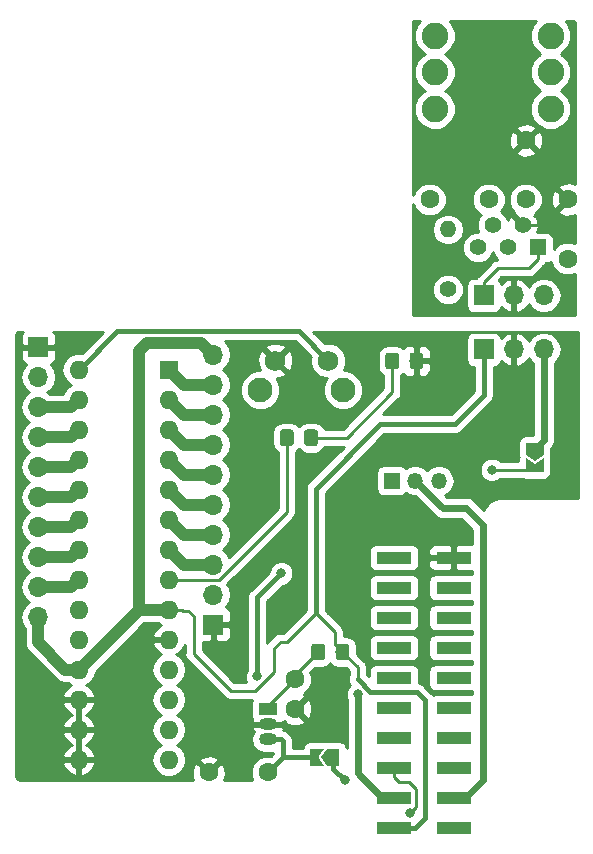
<source format=gtl>
G04 #@! TF.GenerationSoftware,KiCad,Pcbnew,(5.0.0)*
G04 #@! TF.CreationDate,2020-03-09T19:14:55+01:00*
G04 #@! TF.ProjectId,KXKM_esp_remote_control_module,4B584B4D5F6573705F72656D6F74655F,rev?*
G04 #@! TF.SameCoordinates,Original*
G04 #@! TF.FileFunction,Copper,L1,Top,Signal*
G04 #@! TF.FilePolarity,Positive*
%FSLAX46Y46*%
G04 Gerber Fmt 4.6, Leading zero omitted, Abs format (unit mm)*
G04 Created by KiCad (PCBNEW (5.0.0)) date 03/09/20 19:14:55*
%MOMM*%
%LPD*%
G01*
G04 APERTURE LIST*
G04 #@! TA.AperFunction,ComponentPad*
%ADD10R,1.700000X1.700000*%
G04 #@! TD*
G04 #@! TA.AperFunction,ComponentPad*
%ADD11O,1.700000X1.700000*%
G04 #@! TD*
G04 #@! TA.AperFunction,SMDPad,CuDef*
%ADD12R,3.000000X1.000000*%
G04 #@! TD*
G04 #@! TA.AperFunction,ComponentPad*
%ADD13C,1.600000*%
G04 #@! TD*
G04 #@! TA.AperFunction,ComponentPad*
%ADD14R,1.600000X1.600000*%
G04 #@! TD*
G04 #@! TA.AperFunction,ComponentPad*
%ADD15O,1.600000X1.600000*%
G04 #@! TD*
G04 #@! TA.AperFunction,ComponentPad*
%ADD16O,1.500000X1.050000*%
G04 #@! TD*
G04 #@! TA.AperFunction,ComponentPad*
%ADD17R,1.500000X1.050000*%
G04 #@! TD*
G04 #@! TA.AperFunction,ComponentPad*
%ADD18C,1.400000*%
G04 #@! TD*
G04 #@! TA.AperFunction,ComponentPad*
%ADD19O,1.400000X1.400000*%
G04 #@! TD*
G04 #@! TA.AperFunction,ComponentPad*
%ADD20C,2.250000*%
G04 #@! TD*
G04 #@! TA.AperFunction,ComponentPad*
%ADD21R,1.400000X1.400000*%
G04 #@! TD*
G04 #@! TA.AperFunction,ComponentPad*
%ADD22C,2.100000*%
G04 #@! TD*
G04 #@! TA.AperFunction,ComponentPad*
%ADD23C,1.750000*%
G04 #@! TD*
G04 #@! TA.AperFunction,SMDPad,CuDef*
%ADD24C,0.300000*%
G04 #@! TD*
G04 #@! TA.AperFunction,Conductor*
%ADD25C,0.100000*%
G04 #@! TD*
G04 #@! TA.AperFunction,ComponentPad*
%ADD26R,1.350000X1.350000*%
G04 #@! TD*
G04 #@! TA.AperFunction,ComponentPad*
%ADD27O,1.350000X1.350000*%
G04 #@! TD*
G04 #@! TA.AperFunction,SMDPad,CuDef*
%ADD28C,1.150000*%
G04 #@! TD*
G04 #@! TA.AperFunction,ViaPad*
%ADD29C,0.800000*%
G04 #@! TD*
G04 #@! TA.AperFunction,Conductor*
%ADD30C,0.250000*%
G04 #@! TD*
G04 #@! TA.AperFunction,Conductor*
%ADD31C,0.400000*%
G04 #@! TD*
G04 #@! TA.AperFunction,Conductor*
%ADD32C,1.000000*%
G04 #@! TD*
G04 #@! TA.AperFunction,Conductor*
%ADD33C,0.600000*%
G04 #@! TD*
G04 #@! TA.AperFunction,Conductor*
%ADD34C,0.254000*%
G04 #@! TD*
G04 APERTURE END LIST*
D10*
G04 #@! TO.P,J6,1*
G04 #@! TO.N,/ext_3.3*
X177292000Y-70104000D03*
D11*
G04 #@! TO.P,J6,2*
G04 #@! TO.N,/ext_gnd*
X179832000Y-70104000D03*
G04 #@! TO.P,J6,3*
G04 #@! TO.N,/ho10_out*
X182372000Y-70104000D03*
G04 #@! TD*
G04 #@! TO.P,J5,10*
G04 #@! TO.N,+3V3*
X139573000Y-97332800D03*
G04 #@! TO.P,J5,9*
G04 #@! TO.N,/A0*
X139573000Y-94792800D03*
G04 #@! TO.P,J5,8*
G04 #@! TO.N,/A1*
X139573000Y-92252800D03*
G04 #@! TO.P,J5,7*
G04 #@! TO.N,/A2*
X139573000Y-89712800D03*
G04 #@! TO.P,J5,6*
G04 #@! TO.N,/A3*
X139573000Y-87172800D03*
G04 #@! TO.P,J5,5*
G04 #@! TO.N,/A4*
X139573000Y-84632800D03*
G04 #@! TO.P,J5,4*
G04 #@! TO.N,/A5*
X139573000Y-82092800D03*
G04 #@! TO.P,J5,3*
G04 #@! TO.N,/A6*
X139573000Y-79552800D03*
G04 #@! TO.P,J5,2*
G04 #@! TO.N,VBUS*
X139573000Y-77012800D03*
D10*
G04 #@! TO.P,J5,1*
G04 #@! TO.N,GND*
X139573000Y-74472800D03*
G04 #@! TD*
D12*
G04 #@! TO.P,J3,1*
G04 #@! TO.N,+3V3*
X169696760Y-115168680D03*
G04 #@! TO.P,J3,2*
G04 #@! TO.N,+VSW*
X174736760Y-115168680D03*
G04 #@! TO.P,J3,3*
G04 #@! TO.N,VBUS*
X169696760Y-112628680D03*
G04 #@! TO.P,J3,4*
G04 #@! TO.N,+BATT*
X174736760Y-112628680D03*
G04 #@! TO.P,J3,5*
G04 #@! TO.N,/ADC*
X169696760Y-110088680D03*
G04 #@! TO.P,J3,6*
G04 #@! TO.N,/I2C_SDA*
X174736760Y-110088680D03*
G04 #@! TO.P,J3,7*
G04 #@! TO.N,/SPI_SCK*
X169696760Y-107548680D03*
G04 #@! TO.P,J3,8*
G04 #@! TO.N,/I2C_SCL*
X174736760Y-107548680D03*
G04 #@! TO.P,J3,9*
G04 #@! TO.N,/SPI_MISO*
X169696760Y-105008680D03*
G04 #@! TO.P,J3,10*
G04 #@! TO.N,/I2S_LRCK*
X174736760Y-105008680D03*
G04 #@! TO.P,J3,11*
G04 #@! TO.N,/SPI_MOSI*
X169696760Y-102468680D03*
G04 #@! TO.P,J3,12*
G04 #@! TO.N,/I2S_DATA*
X174736760Y-102468680D03*
G04 #@! TO.P,J3,13*
G04 #@! TO.N,/SPI_CS*
X169696760Y-99928680D03*
G04 #@! TO.P,J3,14*
G04 #@! TO.N,/I2S_BCK*
X174736760Y-99928680D03*
G04 #@! TO.P,J3,15*
G04 #@! TO.N,/DMX_DE*
X169696760Y-97388680D03*
G04 #@! TO.P,J3,16*
G04 #@! TO.N,/LED_D1*
X174736760Y-97388680D03*
G04 #@! TO.P,J3,17*
G04 #@! TO.N,/DMX_DI*
X169696760Y-94848680D03*
G04 #@! TO.P,J3,18*
G04 #@! TO.N,/LED_D2*
X174736760Y-94848680D03*
G04 #@! TO.P,J3,19*
G04 #@! TO.N,/DMX_RO*
X169696760Y-92308680D03*
G04 #@! TO.P,J3,20*
G04 #@! TO.N,GND*
X174736760Y-92308680D03*
G04 #@! TD*
D11*
G04 #@! TO.P,J1,3*
G04 #@! TO.N,Net-(J1-Pad3)*
X182372000Y-74676000D03*
G04 #@! TO.P,J1,2*
G04 #@! TO.N,GND*
X179832000Y-74676000D03*
D10*
G04 #@! TO.P,J1,1*
G04 #@! TO.N,+3V3*
X177292000Y-74676000D03*
G04 #@! TD*
G04 #@! TO.P,J4,1*
G04 #@! TO.N,GND*
X154406600Y-97967800D03*
D11*
G04 #@! TO.P,J4,2*
G04 #@! TO.N,VBUS*
X154406600Y-95427800D03*
G04 #@! TO.P,J4,3*
G04 #@! TO.N,/B6*
X154406600Y-92887800D03*
G04 #@! TO.P,J4,4*
G04 #@! TO.N,/B5*
X154406600Y-90347800D03*
G04 #@! TO.P,J4,5*
G04 #@! TO.N,/B4*
X154406600Y-87807800D03*
G04 #@! TO.P,J4,6*
G04 #@! TO.N,/B3*
X154406600Y-85267800D03*
G04 #@! TO.P,J4,7*
G04 #@! TO.N,/B2*
X154406600Y-82727800D03*
G04 #@! TO.P,J4,8*
G04 #@! TO.N,/B1*
X154406600Y-80187800D03*
G04 #@! TO.P,J4,9*
G04 #@! TO.N,/B0*
X154406600Y-77647800D03*
G04 #@! TO.P,J4,10*
G04 #@! TO.N,+3V3*
X154406600Y-75107800D03*
G04 #@! TD*
D13*
G04 #@! TO.P,C1,1*
G04 #@! TO.N,/ext_3.3*
X180848000Y-61976000D03*
G04 #@! TO.P,C1,2*
G04 #@! TO.N,/ext_gnd*
X180848000Y-56976000D03*
G04 #@! TD*
G04 #@! TO.P,C2,1*
G04 #@! TO.N,/ext_gnd*
X184404000Y-61976000D03*
G04 #@! TO.P,C2,2*
G04 #@! TO.N,/ho10_out*
X184404000Y-66976000D03*
G04 #@! TD*
G04 #@! TO.P,C3,2*
G04 #@! TO.N,Net-(C3-Pad2)*
X177720000Y-61976000D03*
G04 #@! TO.P,C3,1*
G04 #@! TO.N,/ext_3.3*
X172720000Y-61976000D03*
G04 #@! TD*
G04 #@! TO.P,C5,1*
G04 #@! TO.N,Net-(C5-Pad1)*
X159004000Y-110490000D03*
G04 #@! TO.P,C5,2*
G04 #@! TO.N,GND*
X154004000Y-110490000D03*
G04 #@! TD*
G04 #@! TO.P,C4,1*
G04 #@! TO.N,Net-(C4-Pad1)*
X161290000Y-102600000D03*
G04 #@! TO.P,C4,2*
G04 #@! TO.N,GND*
X161290000Y-105100000D03*
G04 #@! TD*
D14*
G04 #@! TO.P,U3,1*
G04 #@! TO.N,/B0*
X150622000Y-76377800D03*
D15*
G04 #@! TO.P,U3,15*
G04 #@! TO.N,GND*
X143002000Y-109397800D03*
G04 #@! TO.P,U3,2*
G04 #@! TO.N,/B1*
X150622000Y-78917800D03*
G04 #@! TO.P,U3,16*
G04 #@! TO.N,GND*
X143002000Y-106857800D03*
G04 #@! TO.P,U3,3*
G04 #@! TO.N,/B2*
X150622000Y-81457800D03*
G04 #@! TO.P,U3,17*
G04 #@! TO.N,GND*
X143002000Y-104317800D03*
G04 #@! TO.P,U3,4*
G04 #@! TO.N,/B3*
X150622000Y-83997800D03*
G04 #@! TO.P,U3,18*
G04 #@! TO.N,+3V3*
X143002000Y-101777800D03*
G04 #@! TO.P,U3,5*
G04 #@! TO.N,/B4*
X150622000Y-86537800D03*
G04 #@! TO.P,U3,19*
G04 #@! TO.N,Net-(U3-Pad19)*
X143002000Y-99237800D03*
G04 #@! TO.P,U3,6*
G04 #@! TO.N,/B5*
X150622000Y-89077800D03*
G04 #@! TO.P,U3,20*
G04 #@! TO.N,Net-(U3-Pad20)*
X143002000Y-96697800D03*
G04 #@! TO.P,U3,7*
G04 #@! TO.N,/B6*
X150622000Y-91617800D03*
G04 #@! TO.P,U3,21*
G04 #@! TO.N,/A0*
X143002000Y-94157800D03*
G04 #@! TO.P,U3,8*
G04 #@! TO.N,/B7*
X150622000Y-94157800D03*
G04 #@! TO.P,U3,22*
G04 #@! TO.N,/A1*
X143002000Y-91617800D03*
G04 #@! TO.P,U3,9*
G04 #@! TO.N,+3V3*
X150622000Y-96697800D03*
G04 #@! TO.P,U3,23*
G04 #@! TO.N,/A2*
X143002000Y-89077800D03*
G04 #@! TO.P,U3,10*
G04 #@! TO.N,GND*
X150622000Y-99237800D03*
G04 #@! TO.P,U3,24*
G04 #@! TO.N,/A3*
X143002000Y-86537800D03*
G04 #@! TO.P,U3,11*
G04 #@! TO.N,Net-(U3-Pad11)*
X150622000Y-101777800D03*
G04 #@! TO.P,U3,25*
G04 #@! TO.N,/A4*
X143002000Y-83997800D03*
G04 #@! TO.P,U3,12*
G04 #@! TO.N,/I2C_SCL*
X150622000Y-104317800D03*
G04 #@! TO.P,U3,26*
G04 #@! TO.N,/A5*
X143002000Y-81457800D03*
G04 #@! TO.P,U3,13*
G04 #@! TO.N,/I2C_SDA*
X150622000Y-106857800D03*
G04 #@! TO.P,U3,27*
G04 #@! TO.N,/A6*
X143002000Y-78917800D03*
G04 #@! TO.P,U3,14*
G04 #@! TO.N,Net-(U3-Pad14)*
X150622000Y-109397800D03*
G04 #@! TO.P,U3,28*
G04 #@! TO.N,/A7*
X143002000Y-76377800D03*
G04 #@! TD*
D16*
G04 #@! TO.P,U4,2*
G04 #@! TO.N,GND*
X159004000Y-106426000D03*
G04 #@! TO.P,U4,3*
G04 #@! TO.N,Net-(C5-Pad1)*
X159004000Y-107696000D03*
D17*
G04 #@! TO.P,U4,1*
G04 #@! TO.N,Net-(C4-Pad1)*
X159004000Y-105156000D03*
G04 #@! TD*
D18*
G04 #@! TO.P,R1,1*
G04 #@! TO.N,/ext_3.3*
X174244000Y-69596000D03*
D19*
G04 #@! TO.P,R1,2*
G04 #@! TO.N,Net-(R1-Pad2)*
X174244000Y-64516000D03*
G04 #@! TD*
D20*
G04 #@! TO.P,U1,RP6*
G04 #@! TO.N,N/C*
X173154000Y-54304000D03*
G04 #@! TO.P,U1,RP5*
X173154000Y-51205000D03*
G04 #@! TO.P,U1,RP4*
X173154000Y-48104000D03*
G04 #@! TO.P,U1,RP3*
X182954000Y-48104000D03*
G04 #@! TO.P,U1,RP2*
X182954000Y-51205000D03*
G04 #@! TO.P,U1,RP1*
X182954000Y-54304000D03*
D18*
G04 #@! TO.P,U1,5*
G04 #@! TO.N,Net-(R1-Pad2)*
X176784000Y-66040000D03*
G04 #@! TO.P,U1,4*
G04 #@! TO.N,Net-(C3-Pad2)*
X178054000Y-64135000D03*
G04 #@! TO.P,U1,3*
G04 #@! TO.N,/ho10_out*
X179324000Y-66040000D03*
G04 #@! TO.P,U1,2*
G04 #@! TO.N,/ext_gnd*
X180594000Y-64135000D03*
D21*
G04 #@! TO.P,U1,1*
G04 #@! TO.N,/ext_3.3*
X181864000Y-66040000D03*
G04 #@! TD*
D22*
G04 #@! TO.P,SW2,*
G04 #@! TO.N,*
X158374800Y-78105800D03*
D23*
G04 #@! TO.P,SW2,2*
G04 #@! TO.N,GND*
X159634800Y-75615800D03*
G04 #@! TO.P,SW2,1*
G04 #@! TO.N,/A7*
X164134800Y-75615800D03*
D22*
G04 #@! TO.P,SW2,*
G04 #@! TO.N,*
X165384800Y-78105800D03*
G04 #@! TD*
D24*
G04 #@! TO.P,JP1,1*
G04 #@! TO.N,+BATT*
X164555000Y-109220000D03*
D25*
G04 #@! TD*
G04 #@! TO.N,+BATT*
G04 #@! TO.C,JP1*
G36*
X163555000Y-109220000D02*
X164055000Y-108470000D01*
X165055000Y-108470000D01*
X165055000Y-109970000D01*
X164055000Y-109970000D01*
X163555000Y-109220000D01*
X163555000Y-109220000D01*
G37*
D24*
G04 #@! TO.P,JP1,2*
G04 #@! TO.N,Net-(C5-Pad1)*
X163105000Y-109220000D03*
D25*
G04 #@! TD*
G04 #@! TO.N,Net-(C5-Pad1)*
G04 #@! TO.C,JP1*
G36*
X162605000Y-108470000D02*
X163755000Y-108470000D01*
X163255000Y-109220000D01*
X163755000Y-109970000D01*
X162605000Y-109970000D01*
X162605000Y-108470000D01*
X162605000Y-108470000D01*
G37*
D24*
G04 #@! TO.P,JP2,2*
G04 #@! TO.N,/ADC*
X181610000Y-84545000D03*
D25*
G04 #@! TD*
G04 #@! TO.N,/ADC*
G04 #@! TO.C,JP2*
G36*
X180860000Y-85045000D02*
X180860000Y-83895000D01*
X181610000Y-84395000D01*
X182360000Y-83895000D01*
X182360000Y-85045000D01*
X180860000Y-85045000D01*
X180860000Y-85045000D01*
G37*
D24*
G04 #@! TO.P,JP2,1*
G04 #@! TO.N,Net-(J1-Pad3)*
X181610000Y-83095000D03*
D25*
G04 #@! TD*
G04 #@! TO.N,Net-(J1-Pad3)*
G04 #@! TO.C,JP2*
G36*
X181610000Y-84095000D02*
X180860000Y-83595000D01*
X180860000Y-82595000D01*
X182360000Y-82595000D01*
X182360000Y-83595000D01*
X181610000Y-84095000D01*
X181610000Y-84095000D01*
G37*
D26*
G04 #@! TO.P,SW1,1*
G04 #@! TO.N,Net-(C5-Pad1)*
X169494200Y-85775800D03*
D27*
G04 #@! TO.P,SW1,2*
G04 #@! TO.N,+BATT*
X171494200Y-85775800D03*
G04 #@! TO.P,SW1,3*
G04 #@! TO.N,Net-(SW1-Pad3)*
X173494200Y-85775800D03*
G04 #@! TD*
D25*
G04 #@! TO.N,GND*
G04 #@! TO.C,D1*
G36*
X171935505Y-74942404D02*
X171959773Y-74946004D01*
X171983572Y-74951965D01*
X172006671Y-74960230D01*
X172028850Y-74970720D01*
X172049893Y-74983332D01*
X172069599Y-74997947D01*
X172087777Y-75014423D01*
X172104253Y-75032601D01*
X172118868Y-75052307D01*
X172131480Y-75073350D01*
X172141970Y-75095529D01*
X172150235Y-75118628D01*
X172156196Y-75142427D01*
X172159796Y-75166695D01*
X172161000Y-75191199D01*
X172161000Y-76091201D01*
X172159796Y-76115705D01*
X172156196Y-76139973D01*
X172150235Y-76163772D01*
X172141970Y-76186871D01*
X172131480Y-76209050D01*
X172118868Y-76230093D01*
X172104253Y-76249799D01*
X172087777Y-76267977D01*
X172069599Y-76284453D01*
X172049893Y-76299068D01*
X172028850Y-76311680D01*
X172006671Y-76322170D01*
X171983572Y-76330435D01*
X171959773Y-76336396D01*
X171935505Y-76339996D01*
X171911001Y-76341200D01*
X171260999Y-76341200D01*
X171236495Y-76339996D01*
X171212227Y-76336396D01*
X171188428Y-76330435D01*
X171165329Y-76322170D01*
X171143150Y-76311680D01*
X171122107Y-76299068D01*
X171102401Y-76284453D01*
X171084223Y-76267977D01*
X171067747Y-76249799D01*
X171053132Y-76230093D01*
X171040520Y-76209050D01*
X171030030Y-76186871D01*
X171021765Y-76163772D01*
X171015804Y-76139973D01*
X171012204Y-76115705D01*
X171011000Y-76091201D01*
X171011000Y-75191199D01*
X171012204Y-75166695D01*
X171015804Y-75142427D01*
X171021765Y-75118628D01*
X171030030Y-75095529D01*
X171040520Y-75073350D01*
X171053132Y-75052307D01*
X171067747Y-75032601D01*
X171084223Y-75014423D01*
X171102401Y-74997947D01*
X171122107Y-74983332D01*
X171143150Y-74970720D01*
X171165329Y-74960230D01*
X171188428Y-74951965D01*
X171212227Y-74946004D01*
X171236495Y-74942404D01*
X171260999Y-74941200D01*
X171911001Y-74941200D01*
X171935505Y-74942404D01*
X171935505Y-74942404D01*
G37*
D28*
G04 #@! TD*
G04 #@! TO.P,D1,1*
G04 #@! TO.N,GND*
X171586000Y-75641200D03*
D25*
G04 #@! TO.N,Net-(D1-Pad2)*
G04 #@! TO.C,D1*
G36*
X169885505Y-74942404D02*
X169909773Y-74946004D01*
X169933572Y-74951965D01*
X169956671Y-74960230D01*
X169978850Y-74970720D01*
X169999893Y-74983332D01*
X170019599Y-74997947D01*
X170037777Y-75014423D01*
X170054253Y-75032601D01*
X170068868Y-75052307D01*
X170081480Y-75073350D01*
X170091970Y-75095529D01*
X170100235Y-75118628D01*
X170106196Y-75142427D01*
X170109796Y-75166695D01*
X170111000Y-75191199D01*
X170111000Y-76091201D01*
X170109796Y-76115705D01*
X170106196Y-76139973D01*
X170100235Y-76163772D01*
X170091970Y-76186871D01*
X170081480Y-76209050D01*
X170068868Y-76230093D01*
X170054253Y-76249799D01*
X170037777Y-76267977D01*
X170019599Y-76284453D01*
X169999893Y-76299068D01*
X169978850Y-76311680D01*
X169956671Y-76322170D01*
X169933572Y-76330435D01*
X169909773Y-76336396D01*
X169885505Y-76339996D01*
X169861001Y-76341200D01*
X169210999Y-76341200D01*
X169186495Y-76339996D01*
X169162227Y-76336396D01*
X169138428Y-76330435D01*
X169115329Y-76322170D01*
X169093150Y-76311680D01*
X169072107Y-76299068D01*
X169052401Y-76284453D01*
X169034223Y-76267977D01*
X169017747Y-76249799D01*
X169003132Y-76230093D01*
X168990520Y-76209050D01*
X168980030Y-76186871D01*
X168971765Y-76163772D01*
X168965804Y-76139973D01*
X168962204Y-76115705D01*
X168961000Y-76091201D01*
X168961000Y-75191199D01*
X168962204Y-75166695D01*
X168965804Y-75142427D01*
X168971765Y-75118628D01*
X168980030Y-75095529D01*
X168990520Y-75073350D01*
X169003132Y-75052307D01*
X169017747Y-75032601D01*
X169034223Y-75014423D01*
X169052401Y-74997947D01*
X169072107Y-74983332D01*
X169093150Y-74970720D01*
X169115329Y-74960230D01*
X169138428Y-74951965D01*
X169162227Y-74946004D01*
X169186495Y-74942404D01*
X169210999Y-74941200D01*
X169861001Y-74941200D01*
X169885505Y-74942404D01*
X169885505Y-74942404D01*
G37*
D28*
G04 #@! TD*
G04 #@! TO.P,D1,2*
G04 #@! TO.N,Net-(D1-Pad2)*
X169536000Y-75641200D03*
D25*
G04 #@! TO.N,Net-(D1-Pad2)*
G04 #@! TO.C,R2*
G36*
X163020105Y-81444804D02*
X163044373Y-81448404D01*
X163068172Y-81454365D01*
X163091271Y-81462630D01*
X163113450Y-81473120D01*
X163134493Y-81485732D01*
X163154199Y-81500347D01*
X163172377Y-81516823D01*
X163188853Y-81535001D01*
X163203468Y-81554707D01*
X163216080Y-81575750D01*
X163226570Y-81597929D01*
X163234835Y-81621028D01*
X163240796Y-81644827D01*
X163244396Y-81669095D01*
X163245600Y-81693599D01*
X163245600Y-82593601D01*
X163244396Y-82618105D01*
X163240796Y-82642373D01*
X163234835Y-82666172D01*
X163226570Y-82689271D01*
X163216080Y-82711450D01*
X163203468Y-82732493D01*
X163188853Y-82752199D01*
X163172377Y-82770377D01*
X163154199Y-82786853D01*
X163134493Y-82801468D01*
X163113450Y-82814080D01*
X163091271Y-82824570D01*
X163068172Y-82832835D01*
X163044373Y-82838796D01*
X163020105Y-82842396D01*
X162995601Y-82843600D01*
X162345599Y-82843600D01*
X162321095Y-82842396D01*
X162296827Y-82838796D01*
X162273028Y-82832835D01*
X162249929Y-82824570D01*
X162227750Y-82814080D01*
X162206707Y-82801468D01*
X162187001Y-82786853D01*
X162168823Y-82770377D01*
X162152347Y-82752199D01*
X162137732Y-82732493D01*
X162125120Y-82711450D01*
X162114630Y-82689271D01*
X162106365Y-82666172D01*
X162100404Y-82642373D01*
X162096804Y-82618105D01*
X162095600Y-82593601D01*
X162095600Y-81693599D01*
X162096804Y-81669095D01*
X162100404Y-81644827D01*
X162106365Y-81621028D01*
X162114630Y-81597929D01*
X162125120Y-81575750D01*
X162137732Y-81554707D01*
X162152347Y-81535001D01*
X162168823Y-81516823D01*
X162187001Y-81500347D01*
X162206707Y-81485732D01*
X162227750Y-81473120D01*
X162249929Y-81462630D01*
X162273028Y-81454365D01*
X162296827Y-81448404D01*
X162321095Y-81444804D01*
X162345599Y-81443600D01*
X162995601Y-81443600D01*
X163020105Y-81444804D01*
X163020105Y-81444804D01*
G37*
D28*
G04 #@! TD*
G04 #@! TO.P,R2,1*
G04 #@! TO.N,Net-(D1-Pad2)*
X162670600Y-82143600D03*
D25*
G04 #@! TO.N,/B7*
G04 #@! TO.C,R2*
G36*
X160970105Y-81444804D02*
X160994373Y-81448404D01*
X161018172Y-81454365D01*
X161041271Y-81462630D01*
X161063450Y-81473120D01*
X161084493Y-81485732D01*
X161104199Y-81500347D01*
X161122377Y-81516823D01*
X161138853Y-81535001D01*
X161153468Y-81554707D01*
X161166080Y-81575750D01*
X161176570Y-81597929D01*
X161184835Y-81621028D01*
X161190796Y-81644827D01*
X161194396Y-81669095D01*
X161195600Y-81693599D01*
X161195600Y-82593601D01*
X161194396Y-82618105D01*
X161190796Y-82642373D01*
X161184835Y-82666172D01*
X161176570Y-82689271D01*
X161166080Y-82711450D01*
X161153468Y-82732493D01*
X161138853Y-82752199D01*
X161122377Y-82770377D01*
X161104199Y-82786853D01*
X161084493Y-82801468D01*
X161063450Y-82814080D01*
X161041271Y-82824570D01*
X161018172Y-82832835D01*
X160994373Y-82838796D01*
X160970105Y-82842396D01*
X160945601Y-82843600D01*
X160295599Y-82843600D01*
X160271095Y-82842396D01*
X160246827Y-82838796D01*
X160223028Y-82832835D01*
X160199929Y-82824570D01*
X160177750Y-82814080D01*
X160156707Y-82801468D01*
X160137001Y-82786853D01*
X160118823Y-82770377D01*
X160102347Y-82752199D01*
X160087732Y-82732493D01*
X160075120Y-82711450D01*
X160064630Y-82689271D01*
X160056365Y-82666172D01*
X160050404Y-82642373D01*
X160046804Y-82618105D01*
X160045600Y-82593601D01*
X160045600Y-81693599D01*
X160046804Y-81669095D01*
X160050404Y-81644827D01*
X160056365Y-81621028D01*
X160064630Y-81597929D01*
X160075120Y-81575750D01*
X160087732Y-81554707D01*
X160102347Y-81535001D01*
X160118823Y-81516823D01*
X160137001Y-81500347D01*
X160156707Y-81485732D01*
X160177750Y-81473120D01*
X160199929Y-81462630D01*
X160223028Y-81454365D01*
X160246827Y-81448404D01*
X160271095Y-81444804D01*
X160295599Y-81443600D01*
X160945601Y-81443600D01*
X160970105Y-81444804D01*
X160970105Y-81444804D01*
G37*
D28*
G04 #@! TD*
G04 #@! TO.P,R2,2*
G04 #@! TO.N,/B7*
X160620600Y-82143600D03*
D25*
G04 #@! TO.N,Net-(C4-Pad1)*
G04 #@! TO.C,D2*
G36*
X163619505Y-99571204D02*
X163643773Y-99574804D01*
X163667572Y-99580765D01*
X163690671Y-99589030D01*
X163712850Y-99599520D01*
X163733893Y-99612132D01*
X163753599Y-99626747D01*
X163771777Y-99643223D01*
X163788253Y-99661401D01*
X163802868Y-99681107D01*
X163815480Y-99702150D01*
X163825970Y-99724329D01*
X163834235Y-99747428D01*
X163840196Y-99771227D01*
X163843796Y-99795495D01*
X163845000Y-99819999D01*
X163845000Y-100720001D01*
X163843796Y-100744505D01*
X163840196Y-100768773D01*
X163834235Y-100792572D01*
X163825970Y-100815671D01*
X163815480Y-100837850D01*
X163802868Y-100858893D01*
X163788253Y-100878599D01*
X163771777Y-100896777D01*
X163753599Y-100913253D01*
X163733893Y-100927868D01*
X163712850Y-100940480D01*
X163690671Y-100950970D01*
X163667572Y-100959235D01*
X163643773Y-100965196D01*
X163619505Y-100968796D01*
X163595001Y-100970000D01*
X162944999Y-100970000D01*
X162920495Y-100968796D01*
X162896227Y-100965196D01*
X162872428Y-100959235D01*
X162849329Y-100950970D01*
X162827150Y-100940480D01*
X162806107Y-100927868D01*
X162786401Y-100913253D01*
X162768223Y-100896777D01*
X162751747Y-100878599D01*
X162737132Y-100858893D01*
X162724520Y-100837850D01*
X162714030Y-100815671D01*
X162705765Y-100792572D01*
X162699804Y-100768773D01*
X162696204Y-100744505D01*
X162695000Y-100720001D01*
X162695000Y-99819999D01*
X162696204Y-99795495D01*
X162699804Y-99771227D01*
X162705765Y-99747428D01*
X162714030Y-99724329D01*
X162724520Y-99702150D01*
X162737132Y-99681107D01*
X162751747Y-99661401D01*
X162768223Y-99643223D01*
X162786401Y-99626747D01*
X162806107Y-99612132D01*
X162827150Y-99599520D01*
X162849329Y-99589030D01*
X162872428Y-99580765D01*
X162896227Y-99574804D01*
X162920495Y-99571204D01*
X162944999Y-99570000D01*
X163595001Y-99570000D01*
X163619505Y-99571204D01*
X163619505Y-99571204D01*
G37*
D28*
G04 #@! TD*
G04 #@! TO.P,D2,1*
G04 #@! TO.N,Net-(C4-Pad1)*
X163270000Y-100270000D03*
D25*
G04 #@! TO.N,+3V3*
G04 #@! TO.C,D2*
G36*
X165669505Y-99571204D02*
X165693773Y-99574804D01*
X165717572Y-99580765D01*
X165740671Y-99589030D01*
X165762850Y-99599520D01*
X165783893Y-99612132D01*
X165803599Y-99626747D01*
X165821777Y-99643223D01*
X165838253Y-99661401D01*
X165852868Y-99681107D01*
X165865480Y-99702150D01*
X165875970Y-99724329D01*
X165884235Y-99747428D01*
X165890196Y-99771227D01*
X165893796Y-99795495D01*
X165895000Y-99819999D01*
X165895000Y-100720001D01*
X165893796Y-100744505D01*
X165890196Y-100768773D01*
X165884235Y-100792572D01*
X165875970Y-100815671D01*
X165865480Y-100837850D01*
X165852868Y-100858893D01*
X165838253Y-100878599D01*
X165821777Y-100896777D01*
X165803599Y-100913253D01*
X165783893Y-100927868D01*
X165762850Y-100940480D01*
X165740671Y-100950970D01*
X165717572Y-100959235D01*
X165693773Y-100965196D01*
X165669505Y-100968796D01*
X165645001Y-100970000D01*
X164994999Y-100970000D01*
X164970495Y-100968796D01*
X164946227Y-100965196D01*
X164922428Y-100959235D01*
X164899329Y-100950970D01*
X164877150Y-100940480D01*
X164856107Y-100927868D01*
X164836401Y-100913253D01*
X164818223Y-100896777D01*
X164801747Y-100878599D01*
X164787132Y-100858893D01*
X164774520Y-100837850D01*
X164764030Y-100815671D01*
X164755765Y-100792572D01*
X164749804Y-100768773D01*
X164746204Y-100744505D01*
X164745000Y-100720001D01*
X164745000Y-99819999D01*
X164746204Y-99795495D01*
X164749804Y-99771227D01*
X164755765Y-99747428D01*
X164764030Y-99724329D01*
X164774520Y-99702150D01*
X164787132Y-99681107D01*
X164801747Y-99661401D01*
X164818223Y-99643223D01*
X164836401Y-99626747D01*
X164856107Y-99612132D01*
X164877150Y-99599520D01*
X164899329Y-99589030D01*
X164922428Y-99580765D01*
X164946227Y-99574804D01*
X164970495Y-99571204D01*
X164994999Y-99570000D01*
X165645001Y-99570000D01*
X165669505Y-99571204D01*
X165669505Y-99571204D01*
G37*
D28*
G04 #@! TD*
G04 #@! TO.P,D2,2*
G04 #@! TO.N,+3V3*
X165320000Y-100270000D03*
D29*
G04 #@! TO.N,/ext_gnd*
X175260000Y-58420000D03*
X177800000Y-55118000D03*
X177800000Y-51816000D03*
X177546000Y-49022000D03*
X183896000Y-58420000D03*
X175260000Y-67564000D03*
X184404000Y-70104000D03*
X179324000Y-62992000D03*
X183388000Y-64262000D03*
G04 #@! TO.N,GND*
X139700000Y-104140000D03*
X139700000Y-106680000D03*
X139700000Y-109220000D03*
X146685000Y-103505000D03*
X146685000Y-106045000D03*
X146685000Y-108585000D03*
X142240000Y-74295000D03*
X156845000Y-75565000D03*
X161925000Y-78740000D03*
X157480000Y-82550000D03*
X158115000Y-86995000D03*
X160655000Y-97790000D03*
X156845000Y-97790000D03*
X166370000Y-94615000D03*
X171450000Y-90170000D03*
X168275000Y-88265000D03*
X173355000Y-82550000D03*
X173990000Y-78105000D03*
X179070000Y-80645000D03*
X154305000Y-107950000D03*
G04 #@! TO.N,Net-(C5-Pad1)*
X160147000Y-93624400D03*
X158115000Y-102362000D03*
G04 #@! TO.N,VBUS*
X166624000Y-103886000D03*
G04 #@! TO.N,+BATT*
X165506400Y-111125000D03*
G04 #@! TO.N,/ADC*
X171018200Y-113893600D03*
X177977800Y-84861400D03*
G04 #@! TD*
D30*
G04 #@! TO.N,/ext_3.3*
X181864000Y-67056000D02*
X181864000Y-66040000D01*
X181102000Y-67818000D02*
X181864000Y-67056000D01*
X178478000Y-67818000D02*
X181102000Y-67818000D01*
X177292000Y-70104000D02*
X177292000Y-69004000D01*
X177292000Y-69004000D02*
X178478000Y-67818000D01*
G04 #@! TO.N,/ext_gnd*
X182245000Y-64135000D02*
X184404000Y-61976000D01*
X180594000Y-64135000D02*
X182245000Y-64135000D01*
D31*
G04 #@! TO.N,Net-(C5-Pad1)*
X160274000Y-109220000D02*
X159004000Y-110490000D01*
X163105000Y-109220000D02*
X160274000Y-109220000D01*
X160274000Y-107816000D02*
X160274000Y-109220000D01*
X160154000Y-107696000D02*
X160274000Y-107816000D01*
X159004000Y-107696000D02*
X160154000Y-107696000D01*
X160147000Y-93624400D02*
X158115000Y-95656400D01*
X158115000Y-95656400D02*
X158115000Y-102362000D01*
G04 #@! TO.N,+3V3*
X171446760Y-115168680D02*
X172313600Y-114301840D01*
X167690800Y-103682800D02*
X166624000Y-102616000D01*
X171602400Y-103682800D02*
X167690800Y-103682800D01*
X172313600Y-104394000D02*
X171602400Y-103682800D01*
X172313600Y-114301840D02*
X172313600Y-104394000D01*
X169696760Y-115168680D02*
X171446760Y-115168680D01*
G04 #@! TO.N,Net-(C4-Pad1)*
X159004000Y-105156000D02*
X158779000Y-105156000D01*
D32*
G04 #@! TO.N,+3V3*
X148082000Y-96697800D02*
X143002000Y-101777800D01*
X150622000Y-96697800D02*
X148082000Y-96697800D01*
X139573000Y-98534881D02*
X139573000Y-97332800D01*
X139573000Y-99480170D02*
X139573000Y-98534881D01*
X141870630Y-101777800D02*
X139573000Y-99480170D01*
X143002000Y-101777800D02*
X141870630Y-101777800D01*
D31*
X163068000Y-97000000D02*
X163068000Y-86461600D01*
X174853600Y-81000600D02*
X177292000Y-78562200D01*
X177292000Y-78562200D02*
X177292000Y-74676000D01*
X168529000Y-81000600D02*
X174853600Y-81000600D01*
X163068000Y-86461600D02*
X168529000Y-81000600D01*
D32*
X153390600Y-74091800D02*
X154406600Y-75107800D01*
X148793200Y-74091800D02*
X153390600Y-74091800D01*
X148082000Y-96697800D02*
X148082000Y-74803000D01*
X148082000Y-74803000D02*
X148793200Y-74091800D01*
D30*
X166624000Y-101574000D02*
X165320000Y-100270000D01*
X166624000Y-102616000D02*
X166624000Y-101574000D01*
X164696628Y-98628628D02*
X163068000Y-97000000D01*
X164696628Y-99646628D02*
X164696628Y-98628628D01*
X165320000Y-100270000D02*
X164696628Y-99646628D01*
X151753370Y-96697800D02*
X151845570Y-96790000D01*
X150622000Y-96697800D02*
X151753370Y-96697800D01*
X151845570Y-96790000D02*
X152250000Y-96790000D01*
X152250000Y-96790000D02*
X152730000Y-97270000D01*
X152730000Y-97270000D02*
X152730000Y-100460000D01*
X152730000Y-100460000D02*
X155860000Y-103590000D01*
X157960002Y-103590000D02*
X159530000Y-102020002D01*
X155860000Y-103590000D02*
X157960002Y-103590000D01*
X159530000Y-99988002D02*
X160098002Y-99420000D01*
X159530000Y-102020002D02*
X159530000Y-99988002D01*
X160648000Y-99420000D02*
X163068000Y-97000000D01*
X160098002Y-99420000D02*
X160648000Y-99420000D01*
D33*
G04 #@! TO.N,VBUS*
X166624000Y-110555920D02*
X166624000Y-103886000D01*
X166624000Y-103886000D02*
X166624000Y-103886000D01*
X168696760Y-112628680D02*
X166624000Y-110555920D01*
X169696760Y-112628680D02*
X168696760Y-112628680D01*
X166624000Y-103886000D02*
X166624000Y-103886000D01*
G04 #@! TO.N,+BATT*
X173805600Y-88087200D02*
X171494200Y-85775800D01*
X175793400Y-88087200D02*
X173805600Y-88087200D01*
X177258990Y-89552790D02*
X175793400Y-88087200D01*
X177258990Y-111106450D02*
X177258990Y-89552790D01*
X174736760Y-112628680D02*
X175736760Y-112628680D01*
X175736760Y-112628680D02*
X177258990Y-111106450D01*
D31*
X164555000Y-109220000D02*
X164555000Y-110173600D01*
X164555000Y-110173600D02*
X165506400Y-111125000D01*
D30*
G04 #@! TO.N,/ADC*
X169696760Y-110838680D02*
X170135480Y-111277400D01*
X169696760Y-110088680D02*
X169696760Y-110838680D01*
X171521761Y-113390039D02*
X171018200Y-113893600D01*
X171521761Y-111868679D02*
X171521761Y-113390039D01*
X170135480Y-111277400D02*
X170930482Y-111277400D01*
X170930482Y-111277400D02*
X171521761Y-111868679D01*
X181293600Y-84861400D02*
X181610000Y-84545000D01*
X177977800Y-84861400D02*
X181293600Y-84861400D01*
G04 #@! TO.N,/B7*
X160620600Y-82943600D02*
X160620600Y-82143600D01*
X160620600Y-88412802D02*
X160620600Y-82943600D01*
X154875602Y-94157800D02*
X160620600Y-88412802D01*
X150622000Y-94157800D02*
X154875602Y-94157800D01*
D32*
G04 #@! TO.N,/B6*
X151892000Y-92887800D02*
X150622000Y-91617800D01*
X154406600Y-92887800D02*
X151892000Y-92887800D01*
G04 #@! TO.N,/B5*
X151892000Y-90347800D02*
X150622000Y-89077800D01*
X154406600Y-90347800D02*
X151892000Y-90347800D01*
G04 #@! TO.N,/B4*
X151892000Y-87807800D02*
X150622000Y-86537800D01*
X154406600Y-87807800D02*
X151892000Y-87807800D01*
G04 #@! TO.N,/B3*
X151892000Y-85267800D02*
X150622000Y-83997800D01*
X154406600Y-85267800D02*
X151892000Y-85267800D01*
G04 #@! TO.N,/B2*
X151892000Y-82727800D02*
X150622000Y-81457800D01*
X154406600Y-82727800D02*
X151892000Y-82727800D01*
G04 #@! TO.N,/B1*
X151892000Y-80187800D02*
X150622000Y-78917800D01*
X154406600Y-80187800D02*
X151892000Y-80187800D01*
G04 #@! TO.N,/B0*
X151892000Y-77647800D02*
X150622000Y-76377800D01*
X154406600Y-77647800D02*
X151892000Y-77647800D01*
G04 #@! TO.N,/A0*
X142367000Y-94792800D02*
X143002000Y-94157800D01*
X139573000Y-94792800D02*
X142367000Y-94792800D01*
G04 #@! TO.N,/A1*
X142367000Y-92252800D02*
X143002000Y-91617800D01*
X139573000Y-92252800D02*
X142367000Y-92252800D01*
G04 #@! TO.N,/A2*
X142367000Y-89712800D02*
X143002000Y-89077800D01*
X139573000Y-89712800D02*
X142367000Y-89712800D01*
G04 #@! TO.N,/A3*
X142367000Y-87172800D02*
X143002000Y-86537800D01*
X139573000Y-87172800D02*
X142367000Y-87172800D01*
G04 #@! TO.N,/A4*
X142367000Y-84632800D02*
X143002000Y-83997800D01*
X139573000Y-84632800D02*
X142367000Y-84632800D01*
G04 #@! TO.N,/A5*
X142367000Y-82092800D02*
X143002000Y-81457800D01*
X139573000Y-82092800D02*
X142367000Y-82092800D01*
G04 #@! TO.N,/A6*
X142367000Y-79552800D02*
X143002000Y-78917800D01*
X139573000Y-79552800D02*
X142367000Y-79552800D01*
D31*
G04 #@! TO.N,/A7*
X146253200Y-73126600D02*
X143002000Y-76377800D01*
X164134800Y-75615800D02*
X161645600Y-73126600D01*
X161645600Y-73126600D02*
X146253200Y-73126600D01*
D33*
G04 #@! TO.N,Net-(J1-Pad3)*
X182372000Y-82333000D02*
X182372000Y-74676000D01*
X181610000Y-83095000D02*
X182372000Y-82333000D01*
D30*
G04 #@! TO.N,Net-(D1-Pad2)*
X169536000Y-78291800D02*
X169536000Y-75641200D01*
X162670600Y-82143600D02*
X165684200Y-82143600D01*
X165684200Y-82143600D02*
X169536000Y-78291800D01*
G04 #@! TO.N,Net-(C4-Pad1)*
X161290000Y-102250000D02*
X161290000Y-102600000D01*
X163270000Y-100270000D02*
X161290000Y-102250000D01*
X159004000Y-104886000D02*
X159004000Y-105156000D01*
X161290000Y-102600000D02*
X159004000Y-104886000D01*
G04 #@! TD*
D34*
G04 #@! TO.N,/ext_gnd*
G36*
X171661944Y-47107040D02*
X171394000Y-47753914D01*
X171394000Y-48454086D01*
X171661944Y-49100960D01*
X172157040Y-49596056D01*
X172298136Y-49654500D01*
X172157040Y-49712944D01*
X171661944Y-50208040D01*
X171394000Y-50854914D01*
X171394000Y-51555086D01*
X171661944Y-52201960D01*
X172157040Y-52697056D01*
X172295722Y-52754500D01*
X172157040Y-52811944D01*
X171661944Y-53307040D01*
X171394000Y-53953914D01*
X171394000Y-54654086D01*
X171661944Y-55300960D01*
X172157040Y-55796056D01*
X172803914Y-56064000D01*
X173504086Y-56064000D01*
X173735234Y-55968255D01*
X180019861Y-55968255D01*
X180848000Y-56796395D01*
X181676139Y-55968255D01*
X181602005Y-55722136D01*
X181064777Y-55529035D01*
X180494546Y-55556222D01*
X180093995Y-55722136D01*
X180019861Y-55968255D01*
X173735234Y-55968255D01*
X174150960Y-55796056D01*
X174646056Y-55300960D01*
X174914000Y-54654086D01*
X174914000Y-53953914D01*
X174646056Y-53307040D01*
X174150960Y-52811944D01*
X174012278Y-52754500D01*
X174150960Y-52697056D01*
X174646056Y-52201960D01*
X174914000Y-51555086D01*
X174914000Y-50854914D01*
X174646056Y-50208040D01*
X174150960Y-49712944D01*
X174009864Y-49654500D01*
X174150960Y-49596056D01*
X174646056Y-49100960D01*
X174914000Y-48454086D01*
X174914000Y-47753914D01*
X174646056Y-47107040D01*
X174427016Y-46888000D01*
X181680984Y-46888000D01*
X181461944Y-47107040D01*
X181194000Y-47753914D01*
X181194000Y-48454086D01*
X181461944Y-49100960D01*
X181957040Y-49596056D01*
X182098136Y-49654500D01*
X181957040Y-49712944D01*
X181461944Y-50208040D01*
X181194000Y-50854914D01*
X181194000Y-51555086D01*
X181461944Y-52201960D01*
X181957040Y-52697056D01*
X182095722Y-52754500D01*
X181957040Y-52811944D01*
X181461944Y-53307040D01*
X181194000Y-53953914D01*
X181194000Y-54654086D01*
X181461944Y-55300960D01*
X181957040Y-55796056D01*
X182603914Y-56064000D01*
X183304086Y-56064000D01*
X183950960Y-55796056D01*
X184446056Y-55300960D01*
X184714000Y-54654086D01*
X184714000Y-53953914D01*
X184446056Y-53307040D01*
X183950960Y-52811944D01*
X183812278Y-52754500D01*
X183950960Y-52697056D01*
X184446056Y-52201960D01*
X184714000Y-51555086D01*
X184714000Y-50854914D01*
X184446056Y-50208040D01*
X183950960Y-49712944D01*
X183809864Y-49654500D01*
X183950960Y-49596056D01*
X184446056Y-49100960D01*
X184714000Y-48454086D01*
X184714000Y-47753914D01*
X184446056Y-47107040D01*
X184227016Y-46888000D01*
X184846998Y-46888000D01*
X185037164Y-46925826D01*
X185039000Y-46927053D01*
X185039000Y-60679361D01*
X184620777Y-60529035D01*
X184050546Y-60556222D01*
X183649995Y-60722136D01*
X183575861Y-60968255D01*
X184404000Y-61796395D01*
X184418142Y-61782252D01*
X184597748Y-61961858D01*
X184583605Y-61976000D01*
X184597748Y-61990142D01*
X184418142Y-62169748D01*
X184404000Y-62155605D01*
X183575861Y-62983745D01*
X183649995Y-63229864D01*
X184187223Y-63422965D01*
X184757454Y-63395778D01*
X185039000Y-63279158D01*
X185039000Y-65685793D01*
X184689439Y-65541000D01*
X184118561Y-65541000D01*
X183591138Y-65759466D01*
X183211440Y-66139164D01*
X183211440Y-65340000D01*
X183162157Y-65092235D01*
X183021809Y-64882191D01*
X182811765Y-64741843D01*
X182564000Y-64692560D01*
X181813021Y-64692560D01*
X181941419Y-64327878D01*
X181912664Y-63797560D01*
X181765042Y-63441169D01*
X181529277Y-63379331D01*
X181644526Y-63264082D01*
X181598719Y-63218275D01*
X181660862Y-63192534D01*
X182064534Y-62788862D01*
X182283000Y-62261439D01*
X182283000Y-61759223D01*
X182957035Y-61759223D01*
X182984222Y-62329454D01*
X183150136Y-62730005D01*
X183396255Y-62804139D01*
X184224395Y-61976000D01*
X183396255Y-61147861D01*
X183150136Y-61221995D01*
X182957035Y-61759223D01*
X182283000Y-61759223D01*
X182283000Y-61690561D01*
X182064534Y-61163138D01*
X181660862Y-60759466D01*
X181133439Y-60541000D01*
X180562561Y-60541000D01*
X180035138Y-60759466D01*
X179631466Y-61163138D01*
X179413000Y-61690561D01*
X179413000Y-62261439D01*
X179631466Y-62788862D01*
X179880719Y-63038115D01*
X179838331Y-63199725D01*
X180594000Y-63955395D01*
X180608142Y-63941252D01*
X180787748Y-64120858D01*
X180773605Y-64135000D01*
X180787748Y-64149142D01*
X180608143Y-64328748D01*
X180594000Y-64314605D01*
X180579858Y-64328748D01*
X180400252Y-64149142D01*
X180414395Y-64135000D01*
X179658725Y-63379331D01*
X179422958Y-63441169D01*
X179325847Y-63716987D01*
X179185758Y-63378783D01*
X178810217Y-63003242D01*
X178747947Y-62977449D01*
X178936534Y-62788862D01*
X179155000Y-62261439D01*
X179155000Y-61690561D01*
X178936534Y-61163138D01*
X178532862Y-60759466D01*
X178005439Y-60541000D01*
X177434561Y-60541000D01*
X176907138Y-60759466D01*
X176503466Y-61163138D01*
X176285000Y-61690561D01*
X176285000Y-62261439D01*
X176503466Y-62788862D01*
X176907138Y-63192534D01*
X177049516Y-63251509D01*
X176922242Y-63378783D01*
X176719000Y-63869452D01*
X176719000Y-64400548D01*
X176845108Y-64705000D01*
X176518452Y-64705000D01*
X176027783Y-64908242D01*
X175652242Y-65283783D01*
X175449000Y-65774452D01*
X175449000Y-66305548D01*
X175652242Y-66796217D01*
X176027783Y-67171758D01*
X176518452Y-67375000D01*
X177049548Y-67375000D01*
X177540217Y-67171758D01*
X177915758Y-66796217D01*
X178054000Y-66462472D01*
X178192242Y-66796217D01*
X178445585Y-67049560D01*
X178403152Y-67058000D01*
X178403148Y-67058000D01*
X178181463Y-67102096D01*
X177930071Y-67270071D01*
X177887671Y-67333527D01*
X176807528Y-68413671D01*
X176744072Y-68456071D01*
X176701672Y-68519527D01*
X176701671Y-68519528D01*
X176643518Y-68606560D01*
X176442000Y-68606560D01*
X176194235Y-68655843D01*
X175984191Y-68796191D01*
X175843843Y-69006235D01*
X175794560Y-69254000D01*
X175794560Y-70954000D01*
X175843843Y-71201765D01*
X175984191Y-71411809D01*
X176194235Y-71552157D01*
X176442000Y-71601440D01*
X178142000Y-71601440D01*
X178389765Y-71552157D01*
X178599809Y-71411809D01*
X178740157Y-71201765D01*
X178760739Y-71098292D01*
X179065076Y-71375645D01*
X179475110Y-71545476D01*
X179705000Y-71424155D01*
X179705000Y-70231000D01*
X179685000Y-70231000D01*
X179685000Y-69977000D01*
X179705000Y-69977000D01*
X179705000Y-68783845D01*
X179959000Y-68783845D01*
X179959000Y-69977000D01*
X179979000Y-69977000D01*
X179979000Y-70231000D01*
X179959000Y-70231000D01*
X179959000Y-71424155D01*
X180188890Y-71545476D01*
X180598924Y-71375645D01*
X181027183Y-70985358D01*
X181088157Y-70855522D01*
X181301375Y-71174625D01*
X181792582Y-71502839D01*
X182225744Y-71589000D01*
X182518256Y-71589000D01*
X182951418Y-71502839D01*
X183442625Y-71174625D01*
X183770839Y-70683418D01*
X183886092Y-70104000D01*
X183770839Y-69524582D01*
X183442625Y-69033375D01*
X182951418Y-68705161D01*
X182518256Y-68619000D01*
X182225744Y-68619000D01*
X181792582Y-68705161D01*
X181301375Y-69033375D01*
X181088157Y-69352478D01*
X181027183Y-69222642D01*
X180598924Y-68832355D01*
X180188890Y-68662524D01*
X179959000Y-68783845D01*
X179705000Y-68783845D01*
X179475110Y-68662524D01*
X179065076Y-68832355D01*
X178760739Y-69109708D01*
X178740157Y-69006235D01*
X178599809Y-68796191D01*
X178584704Y-68786098D01*
X178792802Y-68578000D01*
X181027153Y-68578000D01*
X181102000Y-68592888D01*
X181176847Y-68578000D01*
X181176852Y-68578000D01*
X181398537Y-68533904D01*
X181649929Y-68365929D01*
X181692331Y-68302470D01*
X182348473Y-67646329D01*
X182411929Y-67603929D01*
X182556583Y-67387440D01*
X182564000Y-67387440D01*
X182811765Y-67338157D01*
X182969000Y-67233095D01*
X182969000Y-67261439D01*
X183187466Y-67788862D01*
X183591138Y-68192534D01*
X184118561Y-68411000D01*
X184689439Y-68411000D01*
X185039000Y-68266207D01*
X185039000Y-71755000D01*
X171323000Y-71755000D01*
X171323000Y-69330452D01*
X172909000Y-69330452D01*
X172909000Y-69861548D01*
X173112242Y-70352217D01*
X173487783Y-70727758D01*
X173978452Y-70931000D01*
X174509548Y-70931000D01*
X175000217Y-70727758D01*
X175375758Y-70352217D01*
X175579000Y-69861548D01*
X175579000Y-69330452D01*
X175375758Y-68839783D01*
X175000217Y-68464242D01*
X174509548Y-68261000D01*
X173978452Y-68261000D01*
X173487783Y-68464242D01*
X173112242Y-68839783D01*
X172909000Y-69330452D01*
X171323000Y-69330452D01*
X171323000Y-64516000D01*
X172882846Y-64516000D01*
X172986458Y-65036891D01*
X173281519Y-65478481D01*
X173723109Y-65773542D01*
X174112515Y-65851000D01*
X174375485Y-65851000D01*
X174764891Y-65773542D01*
X175206481Y-65478481D01*
X175501542Y-65036891D01*
X175605154Y-64516000D01*
X175501542Y-63995109D01*
X175206481Y-63553519D01*
X174764891Y-63258458D01*
X174375485Y-63181000D01*
X174112515Y-63181000D01*
X173723109Y-63258458D01*
X173281519Y-63553519D01*
X172986458Y-63995109D01*
X172882846Y-64516000D01*
X171323000Y-64516000D01*
X171323000Y-62353179D01*
X171503466Y-62788862D01*
X171907138Y-63192534D01*
X172434561Y-63411000D01*
X173005439Y-63411000D01*
X173532862Y-63192534D01*
X173936534Y-62788862D01*
X174155000Y-62261439D01*
X174155000Y-61690561D01*
X173936534Y-61163138D01*
X173532862Y-60759466D01*
X173005439Y-60541000D01*
X172434561Y-60541000D01*
X171907138Y-60759466D01*
X171503466Y-61163138D01*
X171323000Y-61598821D01*
X171323000Y-57983745D01*
X180019861Y-57983745D01*
X180093995Y-58229864D01*
X180631223Y-58422965D01*
X181201454Y-58395778D01*
X181602005Y-58229864D01*
X181676139Y-57983745D01*
X180848000Y-57155605D01*
X180019861Y-57983745D01*
X171323000Y-57983745D01*
X171323000Y-56759223D01*
X179401035Y-56759223D01*
X179428222Y-57329454D01*
X179594136Y-57730005D01*
X179840255Y-57804139D01*
X180668395Y-56976000D01*
X181027605Y-56976000D01*
X181855745Y-57804139D01*
X182101864Y-57730005D01*
X182294965Y-57192777D01*
X182267778Y-56622546D01*
X182101864Y-56221995D01*
X181855745Y-56147861D01*
X181027605Y-56976000D01*
X180668395Y-56976000D01*
X179840255Y-56147861D01*
X179594136Y-56221995D01*
X179401035Y-56759223D01*
X171323000Y-56759223D01*
X171323000Y-46888000D01*
X171880984Y-46888000D01*
X171661944Y-47107040D01*
X171661944Y-47107040D01*
G37*
X171661944Y-47107040D02*
X171394000Y-47753914D01*
X171394000Y-48454086D01*
X171661944Y-49100960D01*
X172157040Y-49596056D01*
X172298136Y-49654500D01*
X172157040Y-49712944D01*
X171661944Y-50208040D01*
X171394000Y-50854914D01*
X171394000Y-51555086D01*
X171661944Y-52201960D01*
X172157040Y-52697056D01*
X172295722Y-52754500D01*
X172157040Y-52811944D01*
X171661944Y-53307040D01*
X171394000Y-53953914D01*
X171394000Y-54654086D01*
X171661944Y-55300960D01*
X172157040Y-55796056D01*
X172803914Y-56064000D01*
X173504086Y-56064000D01*
X173735234Y-55968255D01*
X180019861Y-55968255D01*
X180848000Y-56796395D01*
X181676139Y-55968255D01*
X181602005Y-55722136D01*
X181064777Y-55529035D01*
X180494546Y-55556222D01*
X180093995Y-55722136D01*
X180019861Y-55968255D01*
X173735234Y-55968255D01*
X174150960Y-55796056D01*
X174646056Y-55300960D01*
X174914000Y-54654086D01*
X174914000Y-53953914D01*
X174646056Y-53307040D01*
X174150960Y-52811944D01*
X174012278Y-52754500D01*
X174150960Y-52697056D01*
X174646056Y-52201960D01*
X174914000Y-51555086D01*
X174914000Y-50854914D01*
X174646056Y-50208040D01*
X174150960Y-49712944D01*
X174009864Y-49654500D01*
X174150960Y-49596056D01*
X174646056Y-49100960D01*
X174914000Y-48454086D01*
X174914000Y-47753914D01*
X174646056Y-47107040D01*
X174427016Y-46888000D01*
X181680984Y-46888000D01*
X181461944Y-47107040D01*
X181194000Y-47753914D01*
X181194000Y-48454086D01*
X181461944Y-49100960D01*
X181957040Y-49596056D01*
X182098136Y-49654500D01*
X181957040Y-49712944D01*
X181461944Y-50208040D01*
X181194000Y-50854914D01*
X181194000Y-51555086D01*
X181461944Y-52201960D01*
X181957040Y-52697056D01*
X182095722Y-52754500D01*
X181957040Y-52811944D01*
X181461944Y-53307040D01*
X181194000Y-53953914D01*
X181194000Y-54654086D01*
X181461944Y-55300960D01*
X181957040Y-55796056D01*
X182603914Y-56064000D01*
X183304086Y-56064000D01*
X183950960Y-55796056D01*
X184446056Y-55300960D01*
X184714000Y-54654086D01*
X184714000Y-53953914D01*
X184446056Y-53307040D01*
X183950960Y-52811944D01*
X183812278Y-52754500D01*
X183950960Y-52697056D01*
X184446056Y-52201960D01*
X184714000Y-51555086D01*
X184714000Y-50854914D01*
X184446056Y-50208040D01*
X183950960Y-49712944D01*
X183809864Y-49654500D01*
X183950960Y-49596056D01*
X184446056Y-49100960D01*
X184714000Y-48454086D01*
X184714000Y-47753914D01*
X184446056Y-47107040D01*
X184227016Y-46888000D01*
X184846998Y-46888000D01*
X185037164Y-46925826D01*
X185039000Y-46927053D01*
X185039000Y-60679361D01*
X184620777Y-60529035D01*
X184050546Y-60556222D01*
X183649995Y-60722136D01*
X183575861Y-60968255D01*
X184404000Y-61796395D01*
X184418142Y-61782252D01*
X184597748Y-61961858D01*
X184583605Y-61976000D01*
X184597748Y-61990142D01*
X184418142Y-62169748D01*
X184404000Y-62155605D01*
X183575861Y-62983745D01*
X183649995Y-63229864D01*
X184187223Y-63422965D01*
X184757454Y-63395778D01*
X185039000Y-63279158D01*
X185039000Y-65685793D01*
X184689439Y-65541000D01*
X184118561Y-65541000D01*
X183591138Y-65759466D01*
X183211440Y-66139164D01*
X183211440Y-65340000D01*
X183162157Y-65092235D01*
X183021809Y-64882191D01*
X182811765Y-64741843D01*
X182564000Y-64692560D01*
X181813021Y-64692560D01*
X181941419Y-64327878D01*
X181912664Y-63797560D01*
X181765042Y-63441169D01*
X181529277Y-63379331D01*
X181644526Y-63264082D01*
X181598719Y-63218275D01*
X181660862Y-63192534D01*
X182064534Y-62788862D01*
X182283000Y-62261439D01*
X182283000Y-61759223D01*
X182957035Y-61759223D01*
X182984222Y-62329454D01*
X183150136Y-62730005D01*
X183396255Y-62804139D01*
X184224395Y-61976000D01*
X183396255Y-61147861D01*
X183150136Y-61221995D01*
X182957035Y-61759223D01*
X182283000Y-61759223D01*
X182283000Y-61690561D01*
X182064534Y-61163138D01*
X181660862Y-60759466D01*
X181133439Y-60541000D01*
X180562561Y-60541000D01*
X180035138Y-60759466D01*
X179631466Y-61163138D01*
X179413000Y-61690561D01*
X179413000Y-62261439D01*
X179631466Y-62788862D01*
X179880719Y-63038115D01*
X179838331Y-63199725D01*
X180594000Y-63955395D01*
X180608142Y-63941252D01*
X180787748Y-64120858D01*
X180773605Y-64135000D01*
X180787748Y-64149142D01*
X180608143Y-64328748D01*
X180594000Y-64314605D01*
X180579858Y-64328748D01*
X180400252Y-64149142D01*
X180414395Y-64135000D01*
X179658725Y-63379331D01*
X179422958Y-63441169D01*
X179325847Y-63716987D01*
X179185758Y-63378783D01*
X178810217Y-63003242D01*
X178747947Y-62977449D01*
X178936534Y-62788862D01*
X179155000Y-62261439D01*
X179155000Y-61690561D01*
X178936534Y-61163138D01*
X178532862Y-60759466D01*
X178005439Y-60541000D01*
X177434561Y-60541000D01*
X176907138Y-60759466D01*
X176503466Y-61163138D01*
X176285000Y-61690561D01*
X176285000Y-62261439D01*
X176503466Y-62788862D01*
X176907138Y-63192534D01*
X177049516Y-63251509D01*
X176922242Y-63378783D01*
X176719000Y-63869452D01*
X176719000Y-64400548D01*
X176845108Y-64705000D01*
X176518452Y-64705000D01*
X176027783Y-64908242D01*
X175652242Y-65283783D01*
X175449000Y-65774452D01*
X175449000Y-66305548D01*
X175652242Y-66796217D01*
X176027783Y-67171758D01*
X176518452Y-67375000D01*
X177049548Y-67375000D01*
X177540217Y-67171758D01*
X177915758Y-66796217D01*
X178054000Y-66462472D01*
X178192242Y-66796217D01*
X178445585Y-67049560D01*
X178403152Y-67058000D01*
X178403148Y-67058000D01*
X178181463Y-67102096D01*
X177930071Y-67270071D01*
X177887671Y-67333527D01*
X176807528Y-68413671D01*
X176744072Y-68456071D01*
X176701672Y-68519527D01*
X176701671Y-68519528D01*
X176643518Y-68606560D01*
X176442000Y-68606560D01*
X176194235Y-68655843D01*
X175984191Y-68796191D01*
X175843843Y-69006235D01*
X175794560Y-69254000D01*
X175794560Y-70954000D01*
X175843843Y-71201765D01*
X175984191Y-71411809D01*
X176194235Y-71552157D01*
X176442000Y-71601440D01*
X178142000Y-71601440D01*
X178389765Y-71552157D01*
X178599809Y-71411809D01*
X178740157Y-71201765D01*
X178760739Y-71098292D01*
X179065076Y-71375645D01*
X179475110Y-71545476D01*
X179705000Y-71424155D01*
X179705000Y-70231000D01*
X179685000Y-70231000D01*
X179685000Y-69977000D01*
X179705000Y-69977000D01*
X179705000Y-68783845D01*
X179959000Y-68783845D01*
X179959000Y-69977000D01*
X179979000Y-69977000D01*
X179979000Y-70231000D01*
X179959000Y-70231000D01*
X179959000Y-71424155D01*
X180188890Y-71545476D01*
X180598924Y-71375645D01*
X181027183Y-70985358D01*
X181088157Y-70855522D01*
X181301375Y-71174625D01*
X181792582Y-71502839D01*
X182225744Y-71589000D01*
X182518256Y-71589000D01*
X182951418Y-71502839D01*
X183442625Y-71174625D01*
X183770839Y-70683418D01*
X183886092Y-70104000D01*
X183770839Y-69524582D01*
X183442625Y-69033375D01*
X182951418Y-68705161D01*
X182518256Y-68619000D01*
X182225744Y-68619000D01*
X181792582Y-68705161D01*
X181301375Y-69033375D01*
X181088157Y-69352478D01*
X181027183Y-69222642D01*
X180598924Y-68832355D01*
X180188890Y-68662524D01*
X179959000Y-68783845D01*
X179705000Y-68783845D01*
X179475110Y-68662524D01*
X179065076Y-68832355D01*
X178760739Y-69109708D01*
X178740157Y-69006235D01*
X178599809Y-68796191D01*
X178584704Y-68786098D01*
X178792802Y-68578000D01*
X181027153Y-68578000D01*
X181102000Y-68592888D01*
X181176847Y-68578000D01*
X181176852Y-68578000D01*
X181398537Y-68533904D01*
X181649929Y-68365929D01*
X181692331Y-68302470D01*
X182348473Y-67646329D01*
X182411929Y-67603929D01*
X182556583Y-67387440D01*
X182564000Y-67387440D01*
X182811765Y-67338157D01*
X182969000Y-67233095D01*
X182969000Y-67261439D01*
X183187466Y-67788862D01*
X183591138Y-68192534D01*
X184118561Y-68411000D01*
X184689439Y-68411000D01*
X185039000Y-68266207D01*
X185039000Y-71755000D01*
X171323000Y-71755000D01*
X171323000Y-69330452D01*
X172909000Y-69330452D01*
X172909000Y-69861548D01*
X173112242Y-70352217D01*
X173487783Y-70727758D01*
X173978452Y-70931000D01*
X174509548Y-70931000D01*
X175000217Y-70727758D01*
X175375758Y-70352217D01*
X175579000Y-69861548D01*
X175579000Y-69330452D01*
X175375758Y-68839783D01*
X175000217Y-68464242D01*
X174509548Y-68261000D01*
X173978452Y-68261000D01*
X173487783Y-68464242D01*
X173112242Y-68839783D01*
X172909000Y-69330452D01*
X171323000Y-69330452D01*
X171323000Y-64516000D01*
X172882846Y-64516000D01*
X172986458Y-65036891D01*
X173281519Y-65478481D01*
X173723109Y-65773542D01*
X174112515Y-65851000D01*
X174375485Y-65851000D01*
X174764891Y-65773542D01*
X175206481Y-65478481D01*
X175501542Y-65036891D01*
X175605154Y-64516000D01*
X175501542Y-63995109D01*
X175206481Y-63553519D01*
X174764891Y-63258458D01*
X174375485Y-63181000D01*
X174112515Y-63181000D01*
X173723109Y-63258458D01*
X173281519Y-63553519D01*
X172986458Y-63995109D01*
X172882846Y-64516000D01*
X171323000Y-64516000D01*
X171323000Y-62353179D01*
X171503466Y-62788862D01*
X171907138Y-63192534D01*
X172434561Y-63411000D01*
X173005439Y-63411000D01*
X173532862Y-63192534D01*
X173936534Y-62788862D01*
X174155000Y-62261439D01*
X174155000Y-61690561D01*
X173936534Y-61163138D01*
X173532862Y-60759466D01*
X173005439Y-60541000D01*
X172434561Y-60541000D01*
X171907138Y-60759466D01*
X171503466Y-61163138D01*
X171323000Y-61598821D01*
X171323000Y-57983745D01*
X180019861Y-57983745D01*
X180093995Y-58229864D01*
X180631223Y-58422965D01*
X181201454Y-58395778D01*
X181602005Y-58229864D01*
X181676139Y-57983745D01*
X180848000Y-57155605D01*
X180019861Y-57983745D01*
X171323000Y-57983745D01*
X171323000Y-56759223D01*
X179401035Y-56759223D01*
X179428222Y-57329454D01*
X179594136Y-57730005D01*
X179840255Y-57804139D01*
X180668395Y-56976000D01*
X181027605Y-56976000D01*
X181855745Y-57804139D01*
X182101864Y-57730005D01*
X182294965Y-57192777D01*
X182267778Y-56622546D01*
X182101864Y-56221995D01*
X181855745Y-56147861D01*
X181027605Y-56976000D01*
X180668395Y-56976000D01*
X179840255Y-56147861D01*
X179594136Y-56221995D01*
X179401035Y-56759223D01*
X171323000Y-56759223D01*
X171323000Y-46888000D01*
X171880984Y-46888000D01*
X171661944Y-47107040D01*
G04 #@! TO.N,GND*
G36*
X138184673Y-73263101D02*
X138088000Y-73496490D01*
X138088000Y-74187050D01*
X138246750Y-74345800D01*
X139446000Y-74345800D01*
X139446000Y-74325800D01*
X139700000Y-74325800D01*
X139700000Y-74345800D01*
X140899250Y-74345800D01*
X141058000Y-74187050D01*
X141058000Y-73496490D01*
X140961327Y-73263101D01*
X140858225Y-73160000D01*
X145038932Y-73160000D01*
X143237418Y-74961515D01*
X143143333Y-74942800D01*
X142860667Y-74942800D01*
X142442091Y-75026060D01*
X141967423Y-75343223D01*
X141650260Y-75817891D01*
X141538887Y-76377800D01*
X141650260Y-76937709D01*
X141967423Y-77412377D01*
X142319758Y-77647800D01*
X141967423Y-77883223D01*
X141650260Y-78357891D01*
X141638343Y-78417800D01*
X140547281Y-78417800D01*
X140345239Y-78282800D01*
X140643625Y-78083425D01*
X140971839Y-77592218D01*
X141087092Y-77012800D01*
X140971839Y-76433382D01*
X140643625Y-75942175D01*
X140621967Y-75927704D01*
X140782698Y-75861127D01*
X140961327Y-75682499D01*
X141058000Y-75449110D01*
X141058000Y-74758550D01*
X140899250Y-74599800D01*
X139700000Y-74599800D01*
X139700000Y-74619800D01*
X139446000Y-74619800D01*
X139446000Y-74599800D01*
X138246750Y-74599800D01*
X138088000Y-74758550D01*
X138088000Y-75449110D01*
X138184673Y-75682499D01*
X138363302Y-75861127D01*
X138524033Y-75927704D01*
X138502375Y-75942175D01*
X138174161Y-76433382D01*
X138058908Y-77012800D01*
X138174161Y-77592218D01*
X138502375Y-78083425D01*
X138800761Y-78282800D01*
X138502375Y-78482175D01*
X138174161Y-78973382D01*
X138058908Y-79552800D01*
X138174161Y-80132218D01*
X138502375Y-80623425D01*
X138800761Y-80822800D01*
X138502375Y-81022175D01*
X138174161Y-81513382D01*
X138058908Y-82092800D01*
X138174161Y-82672218D01*
X138502375Y-83163425D01*
X138800761Y-83362800D01*
X138502375Y-83562175D01*
X138174161Y-84053382D01*
X138058908Y-84632800D01*
X138174161Y-85212218D01*
X138502375Y-85703425D01*
X138800761Y-85902800D01*
X138502375Y-86102175D01*
X138174161Y-86593382D01*
X138058908Y-87172800D01*
X138174161Y-87752218D01*
X138502375Y-88243425D01*
X138800761Y-88442800D01*
X138502375Y-88642175D01*
X138174161Y-89133382D01*
X138058908Y-89712800D01*
X138174161Y-90292218D01*
X138502375Y-90783425D01*
X138800761Y-90982800D01*
X138502375Y-91182175D01*
X138174161Y-91673382D01*
X138058908Y-92252800D01*
X138174161Y-92832218D01*
X138502375Y-93323425D01*
X138800761Y-93522800D01*
X138502375Y-93722175D01*
X138174161Y-94213382D01*
X138058908Y-94792800D01*
X138174161Y-95372218D01*
X138502375Y-95863425D01*
X138800761Y-96062800D01*
X138502375Y-96262175D01*
X138174161Y-96753382D01*
X138058908Y-97332800D01*
X138174161Y-97912218D01*
X138438000Y-98307081D01*
X138438000Y-99368387D01*
X138415765Y-99480170D01*
X138463882Y-99722071D01*
X138503854Y-99923024D01*
X138754711Y-100298459D01*
X138849482Y-100361783D01*
X140989021Y-102501324D01*
X141052341Y-102596089D01*
X141147105Y-102659408D01*
X141147106Y-102659409D01*
X141427775Y-102846946D01*
X141870630Y-102935035D01*
X141982413Y-102912800D01*
X142117717Y-102912800D01*
X142351108Y-103068747D01*
X142146866Y-103165411D01*
X141770959Y-103580377D01*
X141610096Y-103968761D01*
X141732085Y-104190800D01*
X142875000Y-104190800D01*
X142875000Y-104170800D01*
X143129000Y-104170800D01*
X143129000Y-104190800D01*
X144271915Y-104190800D01*
X144393904Y-103968761D01*
X144233041Y-103580377D01*
X143857134Y-103165411D01*
X143652892Y-103068747D01*
X144036577Y-102812377D01*
X144353740Y-102337709D01*
X144429849Y-101955082D01*
X148552132Y-97832800D01*
X149737717Y-97832800D01*
X149971108Y-97988747D01*
X149766866Y-98085411D01*
X149390959Y-98500377D01*
X149230096Y-98888761D01*
X149352085Y-99110800D01*
X150495000Y-99110800D01*
X150495000Y-99090800D01*
X150749000Y-99090800D01*
X150749000Y-99110800D01*
X150769000Y-99110800D01*
X150769000Y-99364800D01*
X150749000Y-99364800D01*
X150749000Y-99384800D01*
X150495000Y-99384800D01*
X150495000Y-99364800D01*
X149352085Y-99364800D01*
X149230096Y-99586839D01*
X149390959Y-99975223D01*
X149766866Y-100390189D01*
X149971108Y-100486853D01*
X149587423Y-100743223D01*
X149270260Y-101217891D01*
X149158887Y-101777800D01*
X149270260Y-102337709D01*
X149587423Y-102812377D01*
X149939758Y-103047800D01*
X149587423Y-103283223D01*
X149270260Y-103757891D01*
X149158887Y-104317800D01*
X149270260Y-104877709D01*
X149587423Y-105352377D01*
X149939758Y-105587800D01*
X149587423Y-105823223D01*
X149270260Y-106297891D01*
X149158887Y-106857800D01*
X149270260Y-107417709D01*
X149587423Y-107892377D01*
X149939758Y-108127800D01*
X149587423Y-108363223D01*
X149270260Y-108837891D01*
X149158887Y-109397800D01*
X149270260Y-109957709D01*
X149587423Y-110432377D01*
X150062091Y-110749540D01*
X150480667Y-110832800D01*
X150763333Y-110832800D01*
X151181909Y-110749540D01*
X151656577Y-110432377D01*
X151973740Y-109957709D01*
X152068313Y-109482255D01*
X153175861Y-109482255D01*
X154004000Y-110310395D01*
X154832139Y-109482255D01*
X154758005Y-109236136D01*
X154220777Y-109043035D01*
X153650546Y-109070222D01*
X153249995Y-109236136D01*
X153175861Y-109482255D01*
X152068313Y-109482255D01*
X152085113Y-109397800D01*
X151973740Y-108837891D01*
X151656577Y-108363223D01*
X151304242Y-108127800D01*
X151656577Y-107892377D01*
X151973740Y-107417709D01*
X152085113Y-106857800D01*
X151973740Y-106297891D01*
X151656577Y-105823223D01*
X151304242Y-105587800D01*
X151656577Y-105352377D01*
X151973740Y-104877709D01*
X152085113Y-104317800D01*
X151973740Y-103757891D01*
X151656577Y-103283223D01*
X151304242Y-103047800D01*
X151656577Y-102812377D01*
X151973740Y-102337709D01*
X152085113Y-101777800D01*
X151973740Y-101217891D01*
X151656577Y-100743223D01*
X151272892Y-100486853D01*
X151477134Y-100390189D01*
X151853041Y-99975223D01*
X151970001Y-99692838D01*
X151970001Y-100385148D01*
X151955112Y-100460000D01*
X152014097Y-100756537D01*
X152081957Y-100858096D01*
X152182072Y-101007929D01*
X152245528Y-101050329D01*
X155269673Y-104074476D01*
X155312071Y-104137929D01*
X155375524Y-104180327D01*
X155375526Y-104180329D01*
X155496132Y-104260915D01*
X155563463Y-104305904D01*
X155785148Y-104350000D01*
X155785152Y-104350000D01*
X155859999Y-104364888D01*
X155934846Y-104350000D01*
X157678050Y-104350000D01*
X157655843Y-104383235D01*
X157606560Y-104631000D01*
X157606560Y-105681000D01*
X157655843Y-105928765D01*
X157702662Y-105998835D01*
X157668734Y-106058664D01*
X157660036Y-106120190D01*
X157785837Y-106299000D01*
X158105994Y-106299000D01*
X158254000Y-106328440D01*
X159754000Y-106328440D01*
X159902006Y-106299000D01*
X160222163Y-106299000D01*
X160305257Y-106180893D01*
X160346986Y-106222622D01*
X160461861Y-106107747D01*
X160535995Y-106353864D01*
X161073223Y-106546965D01*
X161643454Y-106519778D01*
X162044005Y-106353864D01*
X162118139Y-106107745D01*
X161290000Y-105279605D01*
X161275858Y-105293748D01*
X161096252Y-105114142D01*
X161110395Y-105100000D01*
X161469605Y-105100000D01*
X162297745Y-105928139D01*
X162543864Y-105854005D01*
X162736965Y-105316777D01*
X162709778Y-104746546D01*
X162543864Y-104345995D01*
X162297745Y-104271861D01*
X161469605Y-105100000D01*
X161110395Y-105100000D01*
X161096252Y-105085858D01*
X161275858Y-104906252D01*
X161290000Y-104920395D01*
X162118139Y-104092255D01*
X162044005Y-103846136D01*
X162037254Y-103843710D01*
X162102862Y-103816534D01*
X162506534Y-103412862D01*
X162725000Y-102885439D01*
X162725000Y-102314561D01*
X162600591Y-102014211D01*
X162997362Y-101617440D01*
X163595001Y-101617440D01*
X163938436Y-101549127D01*
X164229586Y-101354586D01*
X164295000Y-101256687D01*
X164360414Y-101354586D01*
X164651564Y-101549127D01*
X164994999Y-101617440D01*
X165592638Y-101617440D01*
X165864001Y-101888803D01*
X165864000Y-102250461D01*
X165837448Y-102290200D01*
X165772643Y-102616000D01*
X165837448Y-102941800D01*
X165944410Y-103101879D01*
X165746569Y-103299720D01*
X165589000Y-103680126D01*
X165589000Y-104091874D01*
X165689001Y-104333298D01*
X165689000Y-108402433D01*
X165653157Y-108222235D01*
X165512809Y-108012191D01*
X165302765Y-107871843D01*
X165055000Y-107822560D01*
X164055000Y-107822560D01*
X163928027Y-107835133D01*
X163892471Y-107849904D01*
X163755000Y-107822560D01*
X162605000Y-107822560D01*
X162357235Y-107871843D01*
X162147191Y-108012191D01*
X162006843Y-108222235D01*
X161974467Y-108385000D01*
X161109000Y-108385000D01*
X161109000Y-107898237D01*
X161125358Y-107816000D01*
X161101488Y-107696000D01*
X161060552Y-107490199D01*
X160876001Y-107213999D01*
X160806280Y-107167413D01*
X160802587Y-107163720D01*
X160756001Y-107093999D01*
X160479801Y-106909448D01*
X160294341Y-106872558D01*
X160339266Y-106793336D01*
X160347964Y-106731810D01*
X160222163Y-106553000D01*
X159428710Y-106553000D01*
X159343246Y-106536000D01*
X158664754Y-106536000D01*
X158579290Y-106553000D01*
X157785837Y-106553000D01*
X157660036Y-106731810D01*
X157668734Y-106793336D01*
X157814854Y-107051004D01*
X157686305Y-107243391D01*
X157596275Y-107696000D01*
X157686305Y-108148609D01*
X157942687Y-108532313D01*
X158326391Y-108788695D01*
X158664754Y-108856000D01*
X159343246Y-108856000D01*
X159439001Y-108836953D01*
X159439001Y-108874131D01*
X159258132Y-109055000D01*
X158718561Y-109055000D01*
X158191138Y-109273466D01*
X157787466Y-109677138D01*
X157569000Y-110204561D01*
X157569000Y-110775439D01*
X157699296Y-111090000D01*
X155313219Y-111090000D01*
X155450965Y-110706777D01*
X155423778Y-110136546D01*
X155257864Y-109735995D01*
X155011745Y-109661861D01*
X154183605Y-110490000D01*
X154197748Y-110504142D01*
X154018142Y-110683748D01*
X154004000Y-110669605D01*
X153989858Y-110683748D01*
X153810252Y-110504142D01*
X153824395Y-110490000D01*
X152996255Y-109661861D01*
X152750136Y-109735995D01*
X152557035Y-110273223D01*
X152584222Y-110843454D01*
X152686345Y-111090000D01*
X138065002Y-111090000D01*
X137874836Y-111052174D01*
X137768726Y-110981274D01*
X137697826Y-110875164D01*
X137660000Y-110684998D01*
X137660000Y-109746839D01*
X141610096Y-109746839D01*
X141770959Y-110135223D01*
X142146866Y-110550189D01*
X142652959Y-110789714D01*
X142875000Y-110668429D01*
X142875000Y-109524800D01*
X143129000Y-109524800D01*
X143129000Y-110668429D01*
X143351041Y-110789714D01*
X143857134Y-110550189D01*
X144233041Y-110135223D01*
X144393904Y-109746839D01*
X144271915Y-109524800D01*
X143129000Y-109524800D01*
X142875000Y-109524800D01*
X141732085Y-109524800D01*
X141610096Y-109746839D01*
X137660000Y-109746839D01*
X137660000Y-107206839D01*
X141610096Y-107206839D01*
X141770959Y-107595223D01*
X142146866Y-108010189D01*
X142395367Y-108127800D01*
X142146866Y-108245411D01*
X141770959Y-108660377D01*
X141610096Y-109048761D01*
X141732085Y-109270800D01*
X142875000Y-109270800D01*
X142875000Y-106984800D01*
X143129000Y-106984800D01*
X143129000Y-109270800D01*
X144271915Y-109270800D01*
X144393904Y-109048761D01*
X144233041Y-108660377D01*
X143857134Y-108245411D01*
X143608633Y-108127800D01*
X143857134Y-108010189D01*
X144233041Y-107595223D01*
X144393904Y-107206839D01*
X144271915Y-106984800D01*
X143129000Y-106984800D01*
X142875000Y-106984800D01*
X141732085Y-106984800D01*
X141610096Y-107206839D01*
X137660000Y-107206839D01*
X137660000Y-104666839D01*
X141610096Y-104666839D01*
X141770959Y-105055223D01*
X142146866Y-105470189D01*
X142395367Y-105587800D01*
X142146866Y-105705411D01*
X141770959Y-106120377D01*
X141610096Y-106508761D01*
X141732085Y-106730800D01*
X142875000Y-106730800D01*
X142875000Y-104444800D01*
X143129000Y-104444800D01*
X143129000Y-106730800D01*
X144271915Y-106730800D01*
X144393904Y-106508761D01*
X144233041Y-106120377D01*
X143857134Y-105705411D01*
X143608633Y-105587800D01*
X143857134Y-105470189D01*
X144233041Y-105055223D01*
X144393904Y-104666839D01*
X144271915Y-104444800D01*
X143129000Y-104444800D01*
X142875000Y-104444800D01*
X141732085Y-104444800D01*
X141610096Y-104666839D01*
X137660000Y-104666839D01*
X137660000Y-73565002D01*
X137697826Y-73374836D01*
X137768726Y-73268726D01*
X137874836Y-73197826D01*
X138065002Y-73160000D01*
X138287775Y-73160000D01*
X138184673Y-73263101D01*
X138184673Y-73263101D01*
G37*
X138184673Y-73263101D02*
X138088000Y-73496490D01*
X138088000Y-74187050D01*
X138246750Y-74345800D01*
X139446000Y-74345800D01*
X139446000Y-74325800D01*
X139700000Y-74325800D01*
X139700000Y-74345800D01*
X140899250Y-74345800D01*
X141058000Y-74187050D01*
X141058000Y-73496490D01*
X140961327Y-73263101D01*
X140858225Y-73160000D01*
X145038932Y-73160000D01*
X143237418Y-74961515D01*
X143143333Y-74942800D01*
X142860667Y-74942800D01*
X142442091Y-75026060D01*
X141967423Y-75343223D01*
X141650260Y-75817891D01*
X141538887Y-76377800D01*
X141650260Y-76937709D01*
X141967423Y-77412377D01*
X142319758Y-77647800D01*
X141967423Y-77883223D01*
X141650260Y-78357891D01*
X141638343Y-78417800D01*
X140547281Y-78417800D01*
X140345239Y-78282800D01*
X140643625Y-78083425D01*
X140971839Y-77592218D01*
X141087092Y-77012800D01*
X140971839Y-76433382D01*
X140643625Y-75942175D01*
X140621967Y-75927704D01*
X140782698Y-75861127D01*
X140961327Y-75682499D01*
X141058000Y-75449110D01*
X141058000Y-74758550D01*
X140899250Y-74599800D01*
X139700000Y-74599800D01*
X139700000Y-74619800D01*
X139446000Y-74619800D01*
X139446000Y-74599800D01*
X138246750Y-74599800D01*
X138088000Y-74758550D01*
X138088000Y-75449110D01*
X138184673Y-75682499D01*
X138363302Y-75861127D01*
X138524033Y-75927704D01*
X138502375Y-75942175D01*
X138174161Y-76433382D01*
X138058908Y-77012800D01*
X138174161Y-77592218D01*
X138502375Y-78083425D01*
X138800761Y-78282800D01*
X138502375Y-78482175D01*
X138174161Y-78973382D01*
X138058908Y-79552800D01*
X138174161Y-80132218D01*
X138502375Y-80623425D01*
X138800761Y-80822800D01*
X138502375Y-81022175D01*
X138174161Y-81513382D01*
X138058908Y-82092800D01*
X138174161Y-82672218D01*
X138502375Y-83163425D01*
X138800761Y-83362800D01*
X138502375Y-83562175D01*
X138174161Y-84053382D01*
X138058908Y-84632800D01*
X138174161Y-85212218D01*
X138502375Y-85703425D01*
X138800761Y-85902800D01*
X138502375Y-86102175D01*
X138174161Y-86593382D01*
X138058908Y-87172800D01*
X138174161Y-87752218D01*
X138502375Y-88243425D01*
X138800761Y-88442800D01*
X138502375Y-88642175D01*
X138174161Y-89133382D01*
X138058908Y-89712800D01*
X138174161Y-90292218D01*
X138502375Y-90783425D01*
X138800761Y-90982800D01*
X138502375Y-91182175D01*
X138174161Y-91673382D01*
X138058908Y-92252800D01*
X138174161Y-92832218D01*
X138502375Y-93323425D01*
X138800761Y-93522800D01*
X138502375Y-93722175D01*
X138174161Y-94213382D01*
X138058908Y-94792800D01*
X138174161Y-95372218D01*
X138502375Y-95863425D01*
X138800761Y-96062800D01*
X138502375Y-96262175D01*
X138174161Y-96753382D01*
X138058908Y-97332800D01*
X138174161Y-97912218D01*
X138438000Y-98307081D01*
X138438000Y-99368387D01*
X138415765Y-99480170D01*
X138463882Y-99722071D01*
X138503854Y-99923024D01*
X138754711Y-100298459D01*
X138849482Y-100361783D01*
X140989021Y-102501324D01*
X141052341Y-102596089D01*
X141147105Y-102659408D01*
X141147106Y-102659409D01*
X141427775Y-102846946D01*
X141870630Y-102935035D01*
X141982413Y-102912800D01*
X142117717Y-102912800D01*
X142351108Y-103068747D01*
X142146866Y-103165411D01*
X141770959Y-103580377D01*
X141610096Y-103968761D01*
X141732085Y-104190800D01*
X142875000Y-104190800D01*
X142875000Y-104170800D01*
X143129000Y-104170800D01*
X143129000Y-104190800D01*
X144271915Y-104190800D01*
X144393904Y-103968761D01*
X144233041Y-103580377D01*
X143857134Y-103165411D01*
X143652892Y-103068747D01*
X144036577Y-102812377D01*
X144353740Y-102337709D01*
X144429849Y-101955082D01*
X148552132Y-97832800D01*
X149737717Y-97832800D01*
X149971108Y-97988747D01*
X149766866Y-98085411D01*
X149390959Y-98500377D01*
X149230096Y-98888761D01*
X149352085Y-99110800D01*
X150495000Y-99110800D01*
X150495000Y-99090800D01*
X150749000Y-99090800D01*
X150749000Y-99110800D01*
X150769000Y-99110800D01*
X150769000Y-99364800D01*
X150749000Y-99364800D01*
X150749000Y-99384800D01*
X150495000Y-99384800D01*
X150495000Y-99364800D01*
X149352085Y-99364800D01*
X149230096Y-99586839D01*
X149390959Y-99975223D01*
X149766866Y-100390189D01*
X149971108Y-100486853D01*
X149587423Y-100743223D01*
X149270260Y-101217891D01*
X149158887Y-101777800D01*
X149270260Y-102337709D01*
X149587423Y-102812377D01*
X149939758Y-103047800D01*
X149587423Y-103283223D01*
X149270260Y-103757891D01*
X149158887Y-104317800D01*
X149270260Y-104877709D01*
X149587423Y-105352377D01*
X149939758Y-105587800D01*
X149587423Y-105823223D01*
X149270260Y-106297891D01*
X149158887Y-106857800D01*
X149270260Y-107417709D01*
X149587423Y-107892377D01*
X149939758Y-108127800D01*
X149587423Y-108363223D01*
X149270260Y-108837891D01*
X149158887Y-109397800D01*
X149270260Y-109957709D01*
X149587423Y-110432377D01*
X150062091Y-110749540D01*
X150480667Y-110832800D01*
X150763333Y-110832800D01*
X151181909Y-110749540D01*
X151656577Y-110432377D01*
X151973740Y-109957709D01*
X152068313Y-109482255D01*
X153175861Y-109482255D01*
X154004000Y-110310395D01*
X154832139Y-109482255D01*
X154758005Y-109236136D01*
X154220777Y-109043035D01*
X153650546Y-109070222D01*
X153249995Y-109236136D01*
X153175861Y-109482255D01*
X152068313Y-109482255D01*
X152085113Y-109397800D01*
X151973740Y-108837891D01*
X151656577Y-108363223D01*
X151304242Y-108127800D01*
X151656577Y-107892377D01*
X151973740Y-107417709D01*
X152085113Y-106857800D01*
X151973740Y-106297891D01*
X151656577Y-105823223D01*
X151304242Y-105587800D01*
X151656577Y-105352377D01*
X151973740Y-104877709D01*
X152085113Y-104317800D01*
X151973740Y-103757891D01*
X151656577Y-103283223D01*
X151304242Y-103047800D01*
X151656577Y-102812377D01*
X151973740Y-102337709D01*
X152085113Y-101777800D01*
X151973740Y-101217891D01*
X151656577Y-100743223D01*
X151272892Y-100486853D01*
X151477134Y-100390189D01*
X151853041Y-99975223D01*
X151970001Y-99692838D01*
X151970001Y-100385148D01*
X151955112Y-100460000D01*
X152014097Y-100756537D01*
X152081957Y-100858096D01*
X152182072Y-101007929D01*
X152245528Y-101050329D01*
X155269673Y-104074476D01*
X155312071Y-104137929D01*
X155375524Y-104180327D01*
X155375526Y-104180329D01*
X155496132Y-104260915D01*
X155563463Y-104305904D01*
X155785148Y-104350000D01*
X155785152Y-104350000D01*
X155859999Y-104364888D01*
X155934846Y-104350000D01*
X157678050Y-104350000D01*
X157655843Y-104383235D01*
X157606560Y-104631000D01*
X157606560Y-105681000D01*
X157655843Y-105928765D01*
X157702662Y-105998835D01*
X157668734Y-106058664D01*
X157660036Y-106120190D01*
X157785837Y-106299000D01*
X158105994Y-106299000D01*
X158254000Y-106328440D01*
X159754000Y-106328440D01*
X159902006Y-106299000D01*
X160222163Y-106299000D01*
X160305257Y-106180893D01*
X160346986Y-106222622D01*
X160461861Y-106107747D01*
X160535995Y-106353864D01*
X161073223Y-106546965D01*
X161643454Y-106519778D01*
X162044005Y-106353864D01*
X162118139Y-106107745D01*
X161290000Y-105279605D01*
X161275858Y-105293748D01*
X161096252Y-105114142D01*
X161110395Y-105100000D01*
X161469605Y-105100000D01*
X162297745Y-105928139D01*
X162543864Y-105854005D01*
X162736965Y-105316777D01*
X162709778Y-104746546D01*
X162543864Y-104345995D01*
X162297745Y-104271861D01*
X161469605Y-105100000D01*
X161110395Y-105100000D01*
X161096252Y-105085858D01*
X161275858Y-104906252D01*
X161290000Y-104920395D01*
X162118139Y-104092255D01*
X162044005Y-103846136D01*
X162037254Y-103843710D01*
X162102862Y-103816534D01*
X162506534Y-103412862D01*
X162725000Y-102885439D01*
X162725000Y-102314561D01*
X162600591Y-102014211D01*
X162997362Y-101617440D01*
X163595001Y-101617440D01*
X163938436Y-101549127D01*
X164229586Y-101354586D01*
X164295000Y-101256687D01*
X164360414Y-101354586D01*
X164651564Y-101549127D01*
X164994999Y-101617440D01*
X165592638Y-101617440D01*
X165864001Y-101888803D01*
X165864000Y-102250461D01*
X165837448Y-102290200D01*
X165772643Y-102616000D01*
X165837448Y-102941800D01*
X165944410Y-103101879D01*
X165746569Y-103299720D01*
X165589000Y-103680126D01*
X165589000Y-104091874D01*
X165689001Y-104333298D01*
X165689000Y-108402433D01*
X165653157Y-108222235D01*
X165512809Y-108012191D01*
X165302765Y-107871843D01*
X165055000Y-107822560D01*
X164055000Y-107822560D01*
X163928027Y-107835133D01*
X163892471Y-107849904D01*
X163755000Y-107822560D01*
X162605000Y-107822560D01*
X162357235Y-107871843D01*
X162147191Y-108012191D01*
X162006843Y-108222235D01*
X161974467Y-108385000D01*
X161109000Y-108385000D01*
X161109000Y-107898237D01*
X161125358Y-107816000D01*
X161101488Y-107696000D01*
X161060552Y-107490199D01*
X160876001Y-107213999D01*
X160806280Y-107167413D01*
X160802587Y-107163720D01*
X160756001Y-107093999D01*
X160479801Y-106909448D01*
X160294341Y-106872558D01*
X160339266Y-106793336D01*
X160347964Y-106731810D01*
X160222163Y-106553000D01*
X159428710Y-106553000D01*
X159343246Y-106536000D01*
X158664754Y-106536000D01*
X158579290Y-106553000D01*
X157785837Y-106553000D01*
X157660036Y-106731810D01*
X157668734Y-106793336D01*
X157814854Y-107051004D01*
X157686305Y-107243391D01*
X157596275Y-107696000D01*
X157686305Y-108148609D01*
X157942687Y-108532313D01*
X158326391Y-108788695D01*
X158664754Y-108856000D01*
X159343246Y-108856000D01*
X159439001Y-108836953D01*
X159439001Y-108874131D01*
X159258132Y-109055000D01*
X158718561Y-109055000D01*
X158191138Y-109273466D01*
X157787466Y-109677138D01*
X157569000Y-110204561D01*
X157569000Y-110775439D01*
X157699296Y-111090000D01*
X155313219Y-111090000D01*
X155450965Y-110706777D01*
X155423778Y-110136546D01*
X155257864Y-109735995D01*
X155011745Y-109661861D01*
X154183605Y-110490000D01*
X154197748Y-110504142D01*
X154018142Y-110683748D01*
X154004000Y-110669605D01*
X153989858Y-110683748D01*
X153810252Y-110504142D01*
X153824395Y-110490000D01*
X152996255Y-109661861D01*
X152750136Y-109735995D01*
X152557035Y-110273223D01*
X152584222Y-110843454D01*
X152686345Y-111090000D01*
X138065002Y-111090000D01*
X137874836Y-111052174D01*
X137768726Y-110981274D01*
X137697826Y-110875164D01*
X137660000Y-110684998D01*
X137660000Y-109746839D01*
X141610096Y-109746839D01*
X141770959Y-110135223D01*
X142146866Y-110550189D01*
X142652959Y-110789714D01*
X142875000Y-110668429D01*
X142875000Y-109524800D01*
X143129000Y-109524800D01*
X143129000Y-110668429D01*
X143351041Y-110789714D01*
X143857134Y-110550189D01*
X144233041Y-110135223D01*
X144393904Y-109746839D01*
X144271915Y-109524800D01*
X143129000Y-109524800D01*
X142875000Y-109524800D01*
X141732085Y-109524800D01*
X141610096Y-109746839D01*
X137660000Y-109746839D01*
X137660000Y-107206839D01*
X141610096Y-107206839D01*
X141770959Y-107595223D01*
X142146866Y-108010189D01*
X142395367Y-108127800D01*
X142146866Y-108245411D01*
X141770959Y-108660377D01*
X141610096Y-109048761D01*
X141732085Y-109270800D01*
X142875000Y-109270800D01*
X142875000Y-106984800D01*
X143129000Y-106984800D01*
X143129000Y-109270800D01*
X144271915Y-109270800D01*
X144393904Y-109048761D01*
X144233041Y-108660377D01*
X143857134Y-108245411D01*
X143608633Y-108127800D01*
X143857134Y-108010189D01*
X144233041Y-107595223D01*
X144393904Y-107206839D01*
X144271915Y-106984800D01*
X143129000Y-106984800D01*
X142875000Y-106984800D01*
X141732085Y-106984800D01*
X141610096Y-107206839D01*
X137660000Y-107206839D01*
X137660000Y-104666839D01*
X141610096Y-104666839D01*
X141770959Y-105055223D01*
X142146866Y-105470189D01*
X142395367Y-105587800D01*
X142146866Y-105705411D01*
X141770959Y-106120377D01*
X141610096Y-106508761D01*
X141732085Y-106730800D01*
X142875000Y-106730800D01*
X142875000Y-104444800D01*
X143129000Y-104444800D01*
X143129000Y-106730800D01*
X144271915Y-106730800D01*
X144393904Y-106508761D01*
X144233041Y-106120377D01*
X143857134Y-105705411D01*
X143608633Y-105587800D01*
X143857134Y-105470189D01*
X144233041Y-105055223D01*
X144393904Y-104666839D01*
X144271915Y-104444800D01*
X143129000Y-104444800D01*
X142875000Y-104444800D01*
X141732085Y-104444800D01*
X141610096Y-104666839D01*
X137660000Y-104666839D01*
X137660000Y-73565002D01*
X137697826Y-73374836D01*
X137768726Y-73268726D01*
X137874836Y-73197826D01*
X138065002Y-73160000D01*
X138287775Y-73160000D01*
X138184673Y-73263101D01*
G36*
X170162000Y-73172930D02*
X170227003Y-73160000D01*
X185268000Y-73160000D01*
X185268000Y-87224000D01*
X178734997Y-87224000D01*
X178671241Y-87236682D01*
X178661841Y-87236682D01*
X178279158Y-87312802D01*
X178041241Y-87411350D01*
X177716817Y-87628123D01*
X177534723Y-87810217D01*
X177317950Y-88134641D01*
X177272605Y-88244115D01*
X176519661Y-87491172D01*
X176467497Y-87413103D01*
X176158219Y-87206450D01*
X175885486Y-87152200D01*
X175793400Y-87133883D01*
X175701314Y-87152200D01*
X174192890Y-87152200D01*
X174032400Y-86991710D01*
X174438657Y-86720257D01*
X174728193Y-86286936D01*
X174829864Y-85775800D01*
X174728193Y-85264664D01*
X174438657Y-84831343D01*
X174175529Y-84655526D01*
X176942800Y-84655526D01*
X176942800Y-85067274D01*
X177100369Y-85447680D01*
X177391520Y-85738831D01*
X177771926Y-85896400D01*
X178183674Y-85896400D01*
X178564080Y-85738831D01*
X178681511Y-85621400D01*
X180579674Y-85621400D01*
X180612235Y-85643157D01*
X180860000Y-85692440D01*
X182360000Y-85692440D01*
X182607765Y-85643157D01*
X182817809Y-85502809D01*
X182958157Y-85292765D01*
X183007440Y-85045000D01*
X183007440Y-83895000D01*
X182971426Y-83776055D01*
X183007440Y-83595000D01*
X183007440Y-83032927D01*
X183046097Y-83007097D01*
X183252750Y-82697819D01*
X183307000Y-82425086D01*
X183307000Y-82425085D01*
X183325317Y-82333000D01*
X183307000Y-82240914D01*
X183307000Y-75837247D01*
X183442625Y-75746625D01*
X183770839Y-75255418D01*
X183886092Y-74676000D01*
X183770839Y-74096582D01*
X183442625Y-73605375D01*
X182951418Y-73277161D01*
X182518256Y-73191000D01*
X182225744Y-73191000D01*
X181792582Y-73277161D01*
X181301375Y-73605375D01*
X181088157Y-73924478D01*
X181027183Y-73794642D01*
X180598924Y-73404355D01*
X180188890Y-73234524D01*
X179959000Y-73355845D01*
X179959000Y-74549000D01*
X179979000Y-74549000D01*
X179979000Y-74803000D01*
X179959000Y-74803000D01*
X179959000Y-75996155D01*
X180188890Y-76117476D01*
X180598924Y-75947645D01*
X181027183Y-75557358D01*
X181088157Y-75427522D01*
X181301375Y-75746625D01*
X181437001Y-75837247D01*
X181437000Y-81945710D01*
X181435150Y-81947560D01*
X180860000Y-81947560D01*
X180612235Y-81996843D01*
X180402191Y-82137191D01*
X180261843Y-82347235D01*
X180212560Y-82595000D01*
X180212560Y-83595000D01*
X180225133Y-83721973D01*
X180239904Y-83757529D01*
X180212560Y-83895000D01*
X180212560Y-84101400D01*
X178681511Y-84101400D01*
X178564080Y-83983969D01*
X178183674Y-83826400D01*
X177771926Y-83826400D01*
X177391520Y-83983969D01*
X177100369Y-84275120D01*
X176942800Y-84655526D01*
X174175529Y-84655526D01*
X174005336Y-84541807D01*
X173623222Y-84465800D01*
X173365178Y-84465800D01*
X172983064Y-84541807D01*
X172549743Y-84831343D01*
X172494200Y-84914469D01*
X172438657Y-84831343D01*
X172005336Y-84541807D01*
X171623222Y-84465800D01*
X171365178Y-84465800D01*
X170983064Y-84541807D01*
X170690168Y-84737514D01*
X170627009Y-84642991D01*
X170416965Y-84502643D01*
X170169200Y-84453360D01*
X168819200Y-84453360D01*
X168571435Y-84502643D01*
X168361391Y-84642991D01*
X168221043Y-84853035D01*
X168171760Y-85100800D01*
X168171760Y-86450800D01*
X168221043Y-86698565D01*
X168361391Y-86908609D01*
X168571435Y-87048957D01*
X168819200Y-87098240D01*
X170169200Y-87098240D01*
X170416965Y-87048957D01*
X170627009Y-86908609D01*
X170690168Y-86814086D01*
X170983064Y-87009793D01*
X171365178Y-87085800D01*
X171481911Y-87085800D01*
X173079340Y-88683230D01*
X173131503Y-88761297D01*
X173440781Y-88967950D01*
X173713514Y-89022200D01*
X173713517Y-89022200D01*
X173805599Y-89040516D01*
X173897681Y-89022200D01*
X175406111Y-89022200D01*
X176323991Y-89940081D01*
X176323991Y-91173680D01*
X175022510Y-91173680D01*
X174863760Y-91332430D01*
X174863760Y-92181680D01*
X174883760Y-92181680D01*
X174883760Y-92435680D01*
X174863760Y-92435680D01*
X174863760Y-93284930D01*
X175022510Y-93443680D01*
X176323991Y-93443680D01*
X176323991Y-93718591D01*
X176236760Y-93701240D01*
X173236760Y-93701240D01*
X172988995Y-93750523D01*
X172778951Y-93890871D01*
X172638603Y-94100915D01*
X172589320Y-94348680D01*
X172589320Y-95348680D01*
X172638603Y-95596445D01*
X172778951Y-95806489D01*
X172988995Y-95946837D01*
X173236760Y-95996120D01*
X176236760Y-95996120D01*
X176323991Y-95978769D01*
X176323991Y-96258591D01*
X176236760Y-96241240D01*
X173236760Y-96241240D01*
X172988995Y-96290523D01*
X172778951Y-96430871D01*
X172638603Y-96640915D01*
X172589320Y-96888680D01*
X172589320Y-97888680D01*
X172638603Y-98136445D01*
X172778951Y-98346489D01*
X172988995Y-98486837D01*
X173236760Y-98536120D01*
X176236760Y-98536120D01*
X176323991Y-98518769D01*
X176323991Y-98798591D01*
X176236760Y-98781240D01*
X173236760Y-98781240D01*
X172988995Y-98830523D01*
X172778951Y-98970871D01*
X172638603Y-99180915D01*
X172589320Y-99428680D01*
X172589320Y-100428680D01*
X172638603Y-100676445D01*
X172778951Y-100886489D01*
X172988995Y-101026837D01*
X173236760Y-101076120D01*
X176236760Y-101076120D01*
X176323990Y-101058769D01*
X176323990Y-101338591D01*
X176236760Y-101321240D01*
X173236760Y-101321240D01*
X172988995Y-101370523D01*
X172778951Y-101510871D01*
X172638603Y-101720915D01*
X172589320Y-101968680D01*
X172589320Y-102968680D01*
X172638603Y-103216445D01*
X172778951Y-103426489D01*
X172988995Y-103566837D01*
X173236760Y-103616120D01*
X176236760Y-103616120D01*
X176323990Y-103598769D01*
X176323990Y-103878591D01*
X176236760Y-103861240D01*
X173236760Y-103861240D01*
X172994116Y-103909504D01*
X172915601Y-103791999D01*
X172845882Y-103745414D01*
X172250987Y-103150520D01*
X172204401Y-103080799D01*
X171928201Y-102896248D01*
X171844200Y-102879539D01*
X171844200Y-101968680D01*
X171794917Y-101720915D01*
X171654569Y-101510871D01*
X171444525Y-101370523D01*
X171196760Y-101321240D01*
X168196760Y-101321240D01*
X167948995Y-101370523D01*
X167738951Y-101510871D01*
X167598603Y-101720915D01*
X167549320Y-101968680D01*
X167549320Y-102360453D01*
X167384000Y-102195133D01*
X167384000Y-101648846D01*
X167398888Y-101573999D01*
X167384000Y-101499152D01*
X167384000Y-101499148D01*
X167339904Y-101277463D01*
X167298102Y-101214902D01*
X167214329Y-101089526D01*
X167214327Y-101089524D01*
X167171929Y-101026071D01*
X167108476Y-100983673D01*
X166542440Y-100417638D01*
X166542440Y-99819999D01*
X166474127Y-99476564D01*
X166442132Y-99428680D01*
X167549320Y-99428680D01*
X167549320Y-100428680D01*
X167598603Y-100676445D01*
X167738951Y-100886489D01*
X167948995Y-101026837D01*
X168196760Y-101076120D01*
X171196760Y-101076120D01*
X171444525Y-101026837D01*
X171654569Y-100886489D01*
X171794917Y-100676445D01*
X171844200Y-100428680D01*
X171844200Y-99428680D01*
X171794917Y-99180915D01*
X171654569Y-98970871D01*
X171444525Y-98830523D01*
X171196760Y-98781240D01*
X168196760Y-98781240D01*
X167948995Y-98830523D01*
X167738951Y-98970871D01*
X167598603Y-99180915D01*
X167549320Y-99428680D01*
X166442132Y-99428680D01*
X166279586Y-99185414D01*
X165988436Y-98990873D01*
X165645001Y-98922560D01*
X165456628Y-98922560D01*
X165456628Y-98703476D01*
X165471516Y-98628628D01*
X165456628Y-98553780D01*
X165456628Y-98553776D01*
X165412532Y-98332091D01*
X165412532Y-98332090D01*
X165286957Y-98144155D01*
X165244557Y-98080699D01*
X165181101Y-98038299D01*
X164031482Y-96888680D01*
X167549320Y-96888680D01*
X167549320Y-97888680D01*
X167598603Y-98136445D01*
X167738951Y-98346489D01*
X167948995Y-98486837D01*
X168196760Y-98536120D01*
X171196760Y-98536120D01*
X171444525Y-98486837D01*
X171654569Y-98346489D01*
X171794917Y-98136445D01*
X171844200Y-97888680D01*
X171844200Y-96888680D01*
X171794917Y-96640915D01*
X171654569Y-96430871D01*
X171444525Y-96290523D01*
X171196760Y-96241240D01*
X168196760Y-96241240D01*
X167948995Y-96290523D01*
X167738951Y-96430871D01*
X167598603Y-96640915D01*
X167549320Y-96888680D01*
X164031482Y-96888680D01*
X163903000Y-96760199D01*
X163903000Y-94348680D01*
X167549320Y-94348680D01*
X167549320Y-95348680D01*
X167598603Y-95596445D01*
X167738951Y-95806489D01*
X167948995Y-95946837D01*
X168196760Y-95996120D01*
X171196760Y-95996120D01*
X171444525Y-95946837D01*
X171654569Y-95806489D01*
X171794917Y-95596445D01*
X171844200Y-95348680D01*
X171844200Y-94348680D01*
X171794917Y-94100915D01*
X171654569Y-93890871D01*
X171444525Y-93750523D01*
X171196760Y-93701240D01*
X168196760Y-93701240D01*
X167948995Y-93750523D01*
X167738951Y-93890871D01*
X167598603Y-94100915D01*
X167549320Y-94348680D01*
X163903000Y-94348680D01*
X163903000Y-91808680D01*
X167549320Y-91808680D01*
X167549320Y-92808680D01*
X167598603Y-93056445D01*
X167738951Y-93266489D01*
X167948995Y-93406837D01*
X168196760Y-93456120D01*
X171196760Y-93456120D01*
X171444525Y-93406837D01*
X171654569Y-93266489D01*
X171794917Y-93056445D01*
X171844200Y-92808680D01*
X171844200Y-92594430D01*
X172601760Y-92594430D01*
X172601760Y-92934990D01*
X172698433Y-93168379D01*
X172877062Y-93347007D01*
X173110451Y-93443680D01*
X174451010Y-93443680D01*
X174609760Y-93284930D01*
X174609760Y-92435680D01*
X172760510Y-92435680D01*
X172601760Y-92594430D01*
X171844200Y-92594430D01*
X171844200Y-91808680D01*
X171819076Y-91682370D01*
X172601760Y-91682370D01*
X172601760Y-92022930D01*
X172760510Y-92181680D01*
X174609760Y-92181680D01*
X174609760Y-91332430D01*
X174451010Y-91173680D01*
X173110451Y-91173680D01*
X172877062Y-91270353D01*
X172698433Y-91448981D01*
X172601760Y-91682370D01*
X171819076Y-91682370D01*
X171794917Y-91560915D01*
X171654569Y-91350871D01*
X171444525Y-91210523D01*
X171196760Y-91161240D01*
X168196760Y-91161240D01*
X167948995Y-91210523D01*
X167738951Y-91350871D01*
X167598603Y-91560915D01*
X167549320Y-91808680D01*
X163903000Y-91808680D01*
X163903000Y-86807467D01*
X168874869Y-81835600D01*
X174771367Y-81835600D01*
X174853600Y-81851957D01*
X174935833Y-81835600D01*
X174935837Y-81835600D01*
X175179401Y-81787152D01*
X175455601Y-81602601D01*
X175502187Y-81532880D01*
X177824286Y-79210783D01*
X177894001Y-79164201D01*
X177959157Y-79066689D01*
X178078552Y-78888001D01*
X178109083Y-78734511D01*
X178127000Y-78644437D01*
X178127000Y-78644434D01*
X178143357Y-78562201D01*
X178127000Y-78479968D01*
X178127000Y-76173440D01*
X178142000Y-76173440D01*
X178389765Y-76124157D01*
X178599809Y-75983809D01*
X178740157Y-75773765D01*
X178760739Y-75670292D01*
X179065076Y-75947645D01*
X179475110Y-76117476D01*
X179705000Y-75996155D01*
X179705000Y-74803000D01*
X179685000Y-74803000D01*
X179685000Y-74549000D01*
X179705000Y-74549000D01*
X179705000Y-73355845D01*
X179475110Y-73234524D01*
X179065076Y-73404355D01*
X178760739Y-73681708D01*
X178740157Y-73578235D01*
X178599809Y-73368191D01*
X178389765Y-73227843D01*
X178142000Y-73178560D01*
X176442000Y-73178560D01*
X176194235Y-73227843D01*
X175984191Y-73368191D01*
X175843843Y-73578235D01*
X175794560Y-73826000D01*
X175794560Y-75526000D01*
X175843843Y-75773765D01*
X175984191Y-75983809D01*
X176194235Y-76124157D01*
X176442000Y-76173440D01*
X176457001Y-76173440D01*
X176457000Y-78216331D01*
X174507733Y-80165600D01*
X168737002Y-80165600D01*
X170020473Y-78882129D01*
X170083929Y-78839729D01*
X170175422Y-78702800D01*
X170251904Y-78588338D01*
X170274459Y-78474946D01*
X170296000Y-78366652D01*
X170296000Y-78366648D01*
X170310888Y-78291800D01*
X170296000Y-78216952D01*
X170296000Y-76859146D01*
X170495586Y-76725786D01*
X170496377Y-76724603D01*
X170651302Y-76879527D01*
X170884691Y-76976200D01*
X171300250Y-76976200D01*
X171459000Y-76817450D01*
X171459000Y-75768200D01*
X171713000Y-75768200D01*
X171713000Y-76817450D01*
X171871750Y-76976200D01*
X172287309Y-76976200D01*
X172520698Y-76879527D01*
X172699327Y-76700899D01*
X172796000Y-76467510D01*
X172796000Y-75926950D01*
X172637250Y-75768200D01*
X171713000Y-75768200D01*
X171459000Y-75768200D01*
X171439000Y-75768200D01*
X171439000Y-75514200D01*
X171459000Y-75514200D01*
X171459000Y-74464950D01*
X171713000Y-74464950D01*
X171713000Y-75514200D01*
X172637250Y-75514200D01*
X172796000Y-75355450D01*
X172796000Y-74814890D01*
X172699327Y-74581501D01*
X172520698Y-74402873D01*
X172287309Y-74306200D01*
X171871750Y-74306200D01*
X171713000Y-74464950D01*
X171459000Y-74464950D01*
X171300250Y-74306200D01*
X170884691Y-74306200D01*
X170651302Y-74402873D01*
X170496377Y-74557797D01*
X170495586Y-74556614D01*
X170204436Y-74362073D01*
X169861001Y-74293760D01*
X169210999Y-74293760D01*
X168867564Y-74362073D01*
X168576414Y-74556614D01*
X168381873Y-74847764D01*
X168313560Y-75191199D01*
X168313560Y-76091201D01*
X168381873Y-76434636D01*
X168576414Y-76725786D01*
X168776001Y-76859146D01*
X168776000Y-77976998D01*
X165369399Y-81383600D01*
X163831378Y-81383600D01*
X163824727Y-81350164D01*
X163630186Y-81059014D01*
X163339036Y-80864473D01*
X162995601Y-80796160D01*
X162345599Y-80796160D01*
X162002164Y-80864473D01*
X161711014Y-81059014D01*
X161645600Y-81156913D01*
X161580186Y-81059014D01*
X161289036Y-80864473D01*
X160945601Y-80796160D01*
X160295599Y-80796160D01*
X159952164Y-80864473D01*
X159661014Y-81059014D01*
X159466473Y-81350164D01*
X159398160Y-81693599D01*
X159398160Y-82593601D01*
X159466473Y-82937036D01*
X159661014Y-83228186D01*
X159860601Y-83361546D01*
X159860600Y-88098000D01*
X155743266Y-92215334D01*
X155477225Y-91817175D01*
X155178839Y-91617800D01*
X155477225Y-91418425D01*
X155805439Y-90927218D01*
X155920692Y-90347800D01*
X155805439Y-89768382D01*
X155477225Y-89277175D01*
X155178839Y-89077800D01*
X155477225Y-88878425D01*
X155805439Y-88387218D01*
X155920692Y-87807800D01*
X155805439Y-87228382D01*
X155477225Y-86737175D01*
X155178839Y-86537800D01*
X155477225Y-86338425D01*
X155805439Y-85847218D01*
X155920692Y-85267800D01*
X155805439Y-84688382D01*
X155477225Y-84197175D01*
X155178839Y-83997800D01*
X155477225Y-83798425D01*
X155805439Y-83307218D01*
X155920692Y-82727800D01*
X155805439Y-82148382D01*
X155477225Y-81657175D01*
X155178839Y-81457800D01*
X155477225Y-81258425D01*
X155805439Y-80767218D01*
X155920692Y-80187800D01*
X155805439Y-79608382D01*
X155477225Y-79117175D01*
X155178839Y-78917800D01*
X155477225Y-78718425D01*
X155805439Y-78227218D01*
X155896259Y-77770633D01*
X156689800Y-77770633D01*
X156689800Y-78440967D01*
X156946326Y-79060276D01*
X157420324Y-79534274D01*
X158039633Y-79790800D01*
X158709967Y-79790800D01*
X159329276Y-79534274D01*
X159803274Y-79060276D01*
X160059800Y-78440967D01*
X160059800Y-77770633D01*
X159803274Y-77151324D01*
X159773171Y-77121221D01*
X160000258Y-77111379D01*
X160433916Y-76931753D01*
X160517255Y-76677860D01*
X159634800Y-75795405D01*
X159620658Y-75809548D01*
X159441053Y-75629943D01*
X159455195Y-75615800D01*
X159814405Y-75615800D01*
X160696860Y-76498255D01*
X160950753Y-76414916D01*
X161156390Y-75850494D01*
X161130379Y-75250342D01*
X160950753Y-74816684D01*
X160696860Y-74733345D01*
X159814405Y-75615800D01*
X159455195Y-75615800D01*
X158572740Y-74733345D01*
X158318847Y-74816684D01*
X158113210Y-75381106D01*
X158139221Y-75981258D01*
X158318847Y-76414916D01*
X158336773Y-76420800D01*
X158039633Y-76420800D01*
X157420324Y-76677326D01*
X156946326Y-77151324D01*
X156689800Y-77770633D01*
X155896259Y-77770633D01*
X155920692Y-77647800D01*
X155805439Y-77068382D01*
X155477225Y-76577175D01*
X155178839Y-76377800D01*
X155477225Y-76178425D01*
X155805439Y-75687218D01*
X155920692Y-75107800D01*
X155810484Y-74553740D01*
X158752345Y-74553740D01*
X159634800Y-75436195D01*
X160517255Y-74553740D01*
X160433916Y-74299847D01*
X159869494Y-74094210D01*
X159269342Y-74120221D01*
X158835684Y-74299847D01*
X158752345Y-74553740D01*
X155810484Y-74553740D01*
X155805439Y-74528382D01*
X155477225Y-74037175D01*
X155364119Y-73961600D01*
X161299733Y-73961600D01*
X162633228Y-75295096D01*
X162624800Y-75315442D01*
X162624800Y-75916158D01*
X162854684Y-76471146D01*
X163279454Y-76895916D01*
X163834442Y-77125800D01*
X163981850Y-77125800D01*
X163956326Y-77151324D01*
X163699800Y-77770633D01*
X163699800Y-78440967D01*
X163956326Y-79060276D01*
X164430324Y-79534274D01*
X165049633Y-79790800D01*
X165719967Y-79790800D01*
X166339276Y-79534274D01*
X166813274Y-79060276D01*
X167069800Y-78440967D01*
X167069800Y-77770633D01*
X166813274Y-77151324D01*
X166339276Y-76677326D01*
X165719967Y-76420800D01*
X165435770Y-76420800D01*
X165644800Y-75916158D01*
X165644800Y-75315442D01*
X165414916Y-74760454D01*
X164990146Y-74335684D01*
X164435158Y-74105800D01*
X163834442Y-74105800D01*
X163814096Y-74114228D01*
X162859868Y-73160000D01*
X170096997Y-73160000D01*
X170162000Y-73172930D01*
X170162000Y-73172930D01*
G37*
X170162000Y-73172930D02*
X170227003Y-73160000D01*
X185268000Y-73160000D01*
X185268000Y-87224000D01*
X178734997Y-87224000D01*
X178671241Y-87236682D01*
X178661841Y-87236682D01*
X178279158Y-87312802D01*
X178041241Y-87411350D01*
X177716817Y-87628123D01*
X177534723Y-87810217D01*
X177317950Y-88134641D01*
X177272605Y-88244115D01*
X176519661Y-87491172D01*
X176467497Y-87413103D01*
X176158219Y-87206450D01*
X175885486Y-87152200D01*
X175793400Y-87133883D01*
X175701314Y-87152200D01*
X174192890Y-87152200D01*
X174032400Y-86991710D01*
X174438657Y-86720257D01*
X174728193Y-86286936D01*
X174829864Y-85775800D01*
X174728193Y-85264664D01*
X174438657Y-84831343D01*
X174175529Y-84655526D01*
X176942800Y-84655526D01*
X176942800Y-85067274D01*
X177100369Y-85447680D01*
X177391520Y-85738831D01*
X177771926Y-85896400D01*
X178183674Y-85896400D01*
X178564080Y-85738831D01*
X178681511Y-85621400D01*
X180579674Y-85621400D01*
X180612235Y-85643157D01*
X180860000Y-85692440D01*
X182360000Y-85692440D01*
X182607765Y-85643157D01*
X182817809Y-85502809D01*
X182958157Y-85292765D01*
X183007440Y-85045000D01*
X183007440Y-83895000D01*
X182971426Y-83776055D01*
X183007440Y-83595000D01*
X183007440Y-83032927D01*
X183046097Y-83007097D01*
X183252750Y-82697819D01*
X183307000Y-82425086D01*
X183307000Y-82425085D01*
X183325317Y-82333000D01*
X183307000Y-82240914D01*
X183307000Y-75837247D01*
X183442625Y-75746625D01*
X183770839Y-75255418D01*
X183886092Y-74676000D01*
X183770839Y-74096582D01*
X183442625Y-73605375D01*
X182951418Y-73277161D01*
X182518256Y-73191000D01*
X182225744Y-73191000D01*
X181792582Y-73277161D01*
X181301375Y-73605375D01*
X181088157Y-73924478D01*
X181027183Y-73794642D01*
X180598924Y-73404355D01*
X180188890Y-73234524D01*
X179959000Y-73355845D01*
X179959000Y-74549000D01*
X179979000Y-74549000D01*
X179979000Y-74803000D01*
X179959000Y-74803000D01*
X179959000Y-75996155D01*
X180188890Y-76117476D01*
X180598924Y-75947645D01*
X181027183Y-75557358D01*
X181088157Y-75427522D01*
X181301375Y-75746625D01*
X181437001Y-75837247D01*
X181437000Y-81945710D01*
X181435150Y-81947560D01*
X180860000Y-81947560D01*
X180612235Y-81996843D01*
X180402191Y-82137191D01*
X180261843Y-82347235D01*
X180212560Y-82595000D01*
X180212560Y-83595000D01*
X180225133Y-83721973D01*
X180239904Y-83757529D01*
X180212560Y-83895000D01*
X180212560Y-84101400D01*
X178681511Y-84101400D01*
X178564080Y-83983969D01*
X178183674Y-83826400D01*
X177771926Y-83826400D01*
X177391520Y-83983969D01*
X177100369Y-84275120D01*
X176942800Y-84655526D01*
X174175529Y-84655526D01*
X174005336Y-84541807D01*
X173623222Y-84465800D01*
X173365178Y-84465800D01*
X172983064Y-84541807D01*
X172549743Y-84831343D01*
X172494200Y-84914469D01*
X172438657Y-84831343D01*
X172005336Y-84541807D01*
X171623222Y-84465800D01*
X171365178Y-84465800D01*
X170983064Y-84541807D01*
X170690168Y-84737514D01*
X170627009Y-84642991D01*
X170416965Y-84502643D01*
X170169200Y-84453360D01*
X168819200Y-84453360D01*
X168571435Y-84502643D01*
X168361391Y-84642991D01*
X168221043Y-84853035D01*
X168171760Y-85100800D01*
X168171760Y-86450800D01*
X168221043Y-86698565D01*
X168361391Y-86908609D01*
X168571435Y-87048957D01*
X168819200Y-87098240D01*
X170169200Y-87098240D01*
X170416965Y-87048957D01*
X170627009Y-86908609D01*
X170690168Y-86814086D01*
X170983064Y-87009793D01*
X171365178Y-87085800D01*
X171481911Y-87085800D01*
X173079340Y-88683230D01*
X173131503Y-88761297D01*
X173440781Y-88967950D01*
X173713514Y-89022200D01*
X173713517Y-89022200D01*
X173805599Y-89040516D01*
X173897681Y-89022200D01*
X175406111Y-89022200D01*
X176323991Y-89940081D01*
X176323991Y-91173680D01*
X175022510Y-91173680D01*
X174863760Y-91332430D01*
X174863760Y-92181680D01*
X174883760Y-92181680D01*
X174883760Y-92435680D01*
X174863760Y-92435680D01*
X174863760Y-93284930D01*
X175022510Y-93443680D01*
X176323991Y-93443680D01*
X176323991Y-93718591D01*
X176236760Y-93701240D01*
X173236760Y-93701240D01*
X172988995Y-93750523D01*
X172778951Y-93890871D01*
X172638603Y-94100915D01*
X172589320Y-94348680D01*
X172589320Y-95348680D01*
X172638603Y-95596445D01*
X172778951Y-95806489D01*
X172988995Y-95946837D01*
X173236760Y-95996120D01*
X176236760Y-95996120D01*
X176323991Y-95978769D01*
X176323991Y-96258591D01*
X176236760Y-96241240D01*
X173236760Y-96241240D01*
X172988995Y-96290523D01*
X172778951Y-96430871D01*
X172638603Y-96640915D01*
X172589320Y-96888680D01*
X172589320Y-97888680D01*
X172638603Y-98136445D01*
X172778951Y-98346489D01*
X172988995Y-98486837D01*
X173236760Y-98536120D01*
X176236760Y-98536120D01*
X176323991Y-98518769D01*
X176323991Y-98798591D01*
X176236760Y-98781240D01*
X173236760Y-98781240D01*
X172988995Y-98830523D01*
X172778951Y-98970871D01*
X172638603Y-99180915D01*
X172589320Y-99428680D01*
X172589320Y-100428680D01*
X172638603Y-100676445D01*
X172778951Y-100886489D01*
X172988995Y-101026837D01*
X173236760Y-101076120D01*
X176236760Y-101076120D01*
X176323990Y-101058769D01*
X176323990Y-101338591D01*
X176236760Y-101321240D01*
X173236760Y-101321240D01*
X172988995Y-101370523D01*
X172778951Y-101510871D01*
X172638603Y-101720915D01*
X172589320Y-101968680D01*
X172589320Y-102968680D01*
X172638603Y-103216445D01*
X172778951Y-103426489D01*
X172988995Y-103566837D01*
X173236760Y-103616120D01*
X176236760Y-103616120D01*
X176323990Y-103598769D01*
X176323990Y-103878591D01*
X176236760Y-103861240D01*
X173236760Y-103861240D01*
X172994116Y-103909504D01*
X172915601Y-103791999D01*
X172845882Y-103745414D01*
X172250987Y-103150520D01*
X172204401Y-103080799D01*
X171928201Y-102896248D01*
X171844200Y-102879539D01*
X171844200Y-101968680D01*
X171794917Y-101720915D01*
X171654569Y-101510871D01*
X171444525Y-101370523D01*
X171196760Y-101321240D01*
X168196760Y-101321240D01*
X167948995Y-101370523D01*
X167738951Y-101510871D01*
X167598603Y-101720915D01*
X167549320Y-101968680D01*
X167549320Y-102360453D01*
X167384000Y-102195133D01*
X167384000Y-101648846D01*
X167398888Y-101573999D01*
X167384000Y-101499152D01*
X167384000Y-101499148D01*
X167339904Y-101277463D01*
X167298102Y-101214902D01*
X167214329Y-101089526D01*
X167214327Y-101089524D01*
X167171929Y-101026071D01*
X167108476Y-100983673D01*
X166542440Y-100417638D01*
X166542440Y-99819999D01*
X166474127Y-99476564D01*
X166442132Y-99428680D01*
X167549320Y-99428680D01*
X167549320Y-100428680D01*
X167598603Y-100676445D01*
X167738951Y-100886489D01*
X167948995Y-101026837D01*
X168196760Y-101076120D01*
X171196760Y-101076120D01*
X171444525Y-101026837D01*
X171654569Y-100886489D01*
X171794917Y-100676445D01*
X171844200Y-100428680D01*
X171844200Y-99428680D01*
X171794917Y-99180915D01*
X171654569Y-98970871D01*
X171444525Y-98830523D01*
X171196760Y-98781240D01*
X168196760Y-98781240D01*
X167948995Y-98830523D01*
X167738951Y-98970871D01*
X167598603Y-99180915D01*
X167549320Y-99428680D01*
X166442132Y-99428680D01*
X166279586Y-99185414D01*
X165988436Y-98990873D01*
X165645001Y-98922560D01*
X165456628Y-98922560D01*
X165456628Y-98703476D01*
X165471516Y-98628628D01*
X165456628Y-98553780D01*
X165456628Y-98553776D01*
X165412532Y-98332091D01*
X165412532Y-98332090D01*
X165286957Y-98144155D01*
X165244557Y-98080699D01*
X165181101Y-98038299D01*
X164031482Y-96888680D01*
X167549320Y-96888680D01*
X167549320Y-97888680D01*
X167598603Y-98136445D01*
X167738951Y-98346489D01*
X167948995Y-98486837D01*
X168196760Y-98536120D01*
X171196760Y-98536120D01*
X171444525Y-98486837D01*
X171654569Y-98346489D01*
X171794917Y-98136445D01*
X171844200Y-97888680D01*
X171844200Y-96888680D01*
X171794917Y-96640915D01*
X171654569Y-96430871D01*
X171444525Y-96290523D01*
X171196760Y-96241240D01*
X168196760Y-96241240D01*
X167948995Y-96290523D01*
X167738951Y-96430871D01*
X167598603Y-96640915D01*
X167549320Y-96888680D01*
X164031482Y-96888680D01*
X163903000Y-96760199D01*
X163903000Y-94348680D01*
X167549320Y-94348680D01*
X167549320Y-95348680D01*
X167598603Y-95596445D01*
X167738951Y-95806489D01*
X167948995Y-95946837D01*
X168196760Y-95996120D01*
X171196760Y-95996120D01*
X171444525Y-95946837D01*
X171654569Y-95806489D01*
X171794917Y-95596445D01*
X171844200Y-95348680D01*
X171844200Y-94348680D01*
X171794917Y-94100915D01*
X171654569Y-93890871D01*
X171444525Y-93750523D01*
X171196760Y-93701240D01*
X168196760Y-93701240D01*
X167948995Y-93750523D01*
X167738951Y-93890871D01*
X167598603Y-94100915D01*
X167549320Y-94348680D01*
X163903000Y-94348680D01*
X163903000Y-91808680D01*
X167549320Y-91808680D01*
X167549320Y-92808680D01*
X167598603Y-93056445D01*
X167738951Y-93266489D01*
X167948995Y-93406837D01*
X168196760Y-93456120D01*
X171196760Y-93456120D01*
X171444525Y-93406837D01*
X171654569Y-93266489D01*
X171794917Y-93056445D01*
X171844200Y-92808680D01*
X171844200Y-92594430D01*
X172601760Y-92594430D01*
X172601760Y-92934990D01*
X172698433Y-93168379D01*
X172877062Y-93347007D01*
X173110451Y-93443680D01*
X174451010Y-93443680D01*
X174609760Y-93284930D01*
X174609760Y-92435680D01*
X172760510Y-92435680D01*
X172601760Y-92594430D01*
X171844200Y-92594430D01*
X171844200Y-91808680D01*
X171819076Y-91682370D01*
X172601760Y-91682370D01*
X172601760Y-92022930D01*
X172760510Y-92181680D01*
X174609760Y-92181680D01*
X174609760Y-91332430D01*
X174451010Y-91173680D01*
X173110451Y-91173680D01*
X172877062Y-91270353D01*
X172698433Y-91448981D01*
X172601760Y-91682370D01*
X171819076Y-91682370D01*
X171794917Y-91560915D01*
X171654569Y-91350871D01*
X171444525Y-91210523D01*
X171196760Y-91161240D01*
X168196760Y-91161240D01*
X167948995Y-91210523D01*
X167738951Y-91350871D01*
X167598603Y-91560915D01*
X167549320Y-91808680D01*
X163903000Y-91808680D01*
X163903000Y-86807467D01*
X168874869Y-81835600D01*
X174771367Y-81835600D01*
X174853600Y-81851957D01*
X174935833Y-81835600D01*
X174935837Y-81835600D01*
X175179401Y-81787152D01*
X175455601Y-81602601D01*
X175502187Y-81532880D01*
X177824286Y-79210783D01*
X177894001Y-79164201D01*
X177959157Y-79066689D01*
X178078552Y-78888001D01*
X178109083Y-78734511D01*
X178127000Y-78644437D01*
X178127000Y-78644434D01*
X178143357Y-78562201D01*
X178127000Y-78479968D01*
X178127000Y-76173440D01*
X178142000Y-76173440D01*
X178389765Y-76124157D01*
X178599809Y-75983809D01*
X178740157Y-75773765D01*
X178760739Y-75670292D01*
X179065076Y-75947645D01*
X179475110Y-76117476D01*
X179705000Y-75996155D01*
X179705000Y-74803000D01*
X179685000Y-74803000D01*
X179685000Y-74549000D01*
X179705000Y-74549000D01*
X179705000Y-73355845D01*
X179475110Y-73234524D01*
X179065076Y-73404355D01*
X178760739Y-73681708D01*
X178740157Y-73578235D01*
X178599809Y-73368191D01*
X178389765Y-73227843D01*
X178142000Y-73178560D01*
X176442000Y-73178560D01*
X176194235Y-73227843D01*
X175984191Y-73368191D01*
X175843843Y-73578235D01*
X175794560Y-73826000D01*
X175794560Y-75526000D01*
X175843843Y-75773765D01*
X175984191Y-75983809D01*
X176194235Y-76124157D01*
X176442000Y-76173440D01*
X176457001Y-76173440D01*
X176457000Y-78216331D01*
X174507733Y-80165600D01*
X168737002Y-80165600D01*
X170020473Y-78882129D01*
X170083929Y-78839729D01*
X170175422Y-78702800D01*
X170251904Y-78588338D01*
X170274459Y-78474946D01*
X170296000Y-78366652D01*
X170296000Y-78366648D01*
X170310888Y-78291800D01*
X170296000Y-78216952D01*
X170296000Y-76859146D01*
X170495586Y-76725786D01*
X170496377Y-76724603D01*
X170651302Y-76879527D01*
X170884691Y-76976200D01*
X171300250Y-76976200D01*
X171459000Y-76817450D01*
X171459000Y-75768200D01*
X171713000Y-75768200D01*
X171713000Y-76817450D01*
X171871750Y-76976200D01*
X172287309Y-76976200D01*
X172520698Y-76879527D01*
X172699327Y-76700899D01*
X172796000Y-76467510D01*
X172796000Y-75926950D01*
X172637250Y-75768200D01*
X171713000Y-75768200D01*
X171459000Y-75768200D01*
X171439000Y-75768200D01*
X171439000Y-75514200D01*
X171459000Y-75514200D01*
X171459000Y-74464950D01*
X171713000Y-74464950D01*
X171713000Y-75514200D01*
X172637250Y-75514200D01*
X172796000Y-75355450D01*
X172796000Y-74814890D01*
X172699327Y-74581501D01*
X172520698Y-74402873D01*
X172287309Y-74306200D01*
X171871750Y-74306200D01*
X171713000Y-74464950D01*
X171459000Y-74464950D01*
X171300250Y-74306200D01*
X170884691Y-74306200D01*
X170651302Y-74402873D01*
X170496377Y-74557797D01*
X170495586Y-74556614D01*
X170204436Y-74362073D01*
X169861001Y-74293760D01*
X169210999Y-74293760D01*
X168867564Y-74362073D01*
X168576414Y-74556614D01*
X168381873Y-74847764D01*
X168313560Y-75191199D01*
X168313560Y-76091201D01*
X168381873Y-76434636D01*
X168576414Y-76725786D01*
X168776001Y-76859146D01*
X168776000Y-77976998D01*
X165369399Y-81383600D01*
X163831378Y-81383600D01*
X163824727Y-81350164D01*
X163630186Y-81059014D01*
X163339036Y-80864473D01*
X162995601Y-80796160D01*
X162345599Y-80796160D01*
X162002164Y-80864473D01*
X161711014Y-81059014D01*
X161645600Y-81156913D01*
X161580186Y-81059014D01*
X161289036Y-80864473D01*
X160945601Y-80796160D01*
X160295599Y-80796160D01*
X159952164Y-80864473D01*
X159661014Y-81059014D01*
X159466473Y-81350164D01*
X159398160Y-81693599D01*
X159398160Y-82593601D01*
X159466473Y-82937036D01*
X159661014Y-83228186D01*
X159860601Y-83361546D01*
X159860600Y-88098000D01*
X155743266Y-92215334D01*
X155477225Y-91817175D01*
X155178839Y-91617800D01*
X155477225Y-91418425D01*
X155805439Y-90927218D01*
X155920692Y-90347800D01*
X155805439Y-89768382D01*
X155477225Y-89277175D01*
X155178839Y-89077800D01*
X155477225Y-88878425D01*
X155805439Y-88387218D01*
X155920692Y-87807800D01*
X155805439Y-87228382D01*
X155477225Y-86737175D01*
X155178839Y-86537800D01*
X155477225Y-86338425D01*
X155805439Y-85847218D01*
X155920692Y-85267800D01*
X155805439Y-84688382D01*
X155477225Y-84197175D01*
X155178839Y-83997800D01*
X155477225Y-83798425D01*
X155805439Y-83307218D01*
X155920692Y-82727800D01*
X155805439Y-82148382D01*
X155477225Y-81657175D01*
X155178839Y-81457800D01*
X155477225Y-81258425D01*
X155805439Y-80767218D01*
X155920692Y-80187800D01*
X155805439Y-79608382D01*
X155477225Y-79117175D01*
X155178839Y-78917800D01*
X155477225Y-78718425D01*
X155805439Y-78227218D01*
X155896259Y-77770633D01*
X156689800Y-77770633D01*
X156689800Y-78440967D01*
X156946326Y-79060276D01*
X157420324Y-79534274D01*
X158039633Y-79790800D01*
X158709967Y-79790800D01*
X159329276Y-79534274D01*
X159803274Y-79060276D01*
X160059800Y-78440967D01*
X160059800Y-77770633D01*
X159803274Y-77151324D01*
X159773171Y-77121221D01*
X160000258Y-77111379D01*
X160433916Y-76931753D01*
X160517255Y-76677860D01*
X159634800Y-75795405D01*
X159620658Y-75809548D01*
X159441053Y-75629943D01*
X159455195Y-75615800D01*
X159814405Y-75615800D01*
X160696860Y-76498255D01*
X160950753Y-76414916D01*
X161156390Y-75850494D01*
X161130379Y-75250342D01*
X160950753Y-74816684D01*
X160696860Y-74733345D01*
X159814405Y-75615800D01*
X159455195Y-75615800D01*
X158572740Y-74733345D01*
X158318847Y-74816684D01*
X158113210Y-75381106D01*
X158139221Y-75981258D01*
X158318847Y-76414916D01*
X158336773Y-76420800D01*
X158039633Y-76420800D01*
X157420324Y-76677326D01*
X156946326Y-77151324D01*
X156689800Y-77770633D01*
X155896259Y-77770633D01*
X155920692Y-77647800D01*
X155805439Y-77068382D01*
X155477225Y-76577175D01*
X155178839Y-76377800D01*
X155477225Y-76178425D01*
X155805439Y-75687218D01*
X155920692Y-75107800D01*
X155810484Y-74553740D01*
X158752345Y-74553740D01*
X159634800Y-75436195D01*
X160517255Y-74553740D01*
X160433916Y-74299847D01*
X159869494Y-74094210D01*
X159269342Y-74120221D01*
X158835684Y-74299847D01*
X158752345Y-74553740D01*
X155810484Y-74553740D01*
X155805439Y-74528382D01*
X155477225Y-74037175D01*
X155364119Y-73961600D01*
X161299733Y-73961600D01*
X162633228Y-75295096D01*
X162624800Y-75315442D01*
X162624800Y-75916158D01*
X162854684Y-76471146D01*
X163279454Y-76895916D01*
X163834442Y-77125800D01*
X163981850Y-77125800D01*
X163956326Y-77151324D01*
X163699800Y-77770633D01*
X163699800Y-78440967D01*
X163956326Y-79060276D01*
X164430324Y-79534274D01*
X165049633Y-79790800D01*
X165719967Y-79790800D01*
X166339276Y-79534274D01*
X166813274Y-79060276D01*
X167069800Y-78440967D01*
X167069800Y-77770633D01*
X166813274Y-77151324D01*
X166339276Y-76677326D01*
X165719967Y-76420800D01*
X165435770Y-76420800D01*
X165644800Y-75916158D01*
X165644800Y-75315442D01*
X165414916Y-74760454D01*
X164990146Y-74335684D01*
X164435158Y-74105800D01*
X163834442Y-74105800D01*
X163814096Y-74114228D01*
X162859868Y-73160000D01*
X170096997Y-73160000D01*
X170162000Y-73172930D01*
G36*
X162535718Y-85813015D02*
X162466000Y-85859599D01*
X162419416Y-85929317D01*
X162281448Y-86135800D01*
X162216643Y-86461600D01*
X162233001Y-86543838D01*
X162233000Y-96760198D01*
X160333199Y-98660000D01*
X160172848Y-98660000D01*
X160098001Y-98645112D01*
X160023154Y-98660000D01*
X160023150Y-98660000D01*
X159801465Y-98704096D01*
X159550073Y-98872071D01*
X159507673Y-98935527D01*
X159045528Y-99397673D01*
X158982072Y-99440073D01*
X158950000Y-99488072D01*
X158950000Y-96002267D01*
X160292868Y-94659400D01*
X160352874Y-94659400D01*
X160733280Y-94501831D01*
X161024431Y-94210680D01*
X161182000Y-93830274D01*
X161182000Y-93418526D01*
X161024431Y-93038120D01*
X160733280Y-92746969D01*
X160352874Y-92589400D01*
X159941126Y-92589400D01*
X159560720Y-92746969D01*
X159269569Y-93038120D01*
X159112000Y-93418526D01*
X159112000Y-93478532D01*
X157582720Y-95007813D01*
X157512999Y-95054399D01*
X157328448Y-95330600D01*
X157280000Y-95574164D01*
X157280000Y-95574167D01*
X157263643Y-95656400D01*
X157280000Y-95738633D01*
X157280001Y-101733288D01*
X157237569Y-101775720D01*
X157080000Y-102156126D01*
X157080000Y-102567874D01*
X157188576Y-102830000D01*
X156174803Y-102830000D01*
X153490000Y-100145199D01*
X153490000Y-99452800D01*
X154120850Y-99452800D01*
X154279600Y-99294050D01*
X154279600Y-98094800D01*
X154533600Y-98094800D01*
X154533600Y-99294050D01*
X154692350Y-99452800D01*
X155382909Y-99452800D01*
X155616298Y-99356127D01*
X155794927Y-99177499D01*
X155891600Y-98944110D01*
X155891600Y-98253550D01*
X155732850Y-98094800D01*
X154533600Y-98094800D01*
X154279600Y-98094800D01*
X154259600Y-98094800D01*
X154259600Y-97840800D01*
X154279600Y-97840800D01*
X154279600Y-97820800D01*
X154533600Y-97820800D01*
X154533600Y-97840800D01*
X155732850Y-97840800D01*
X155891600Y-97682050D01*
X155891600Y-96991490D01*
X155794927Y-96758101D01*
X155616298Y-96579473D01*
X155455567Y-96512896D01*
X155477225Y-96498425D01*
X155805439Y-96007218D01*
X155920692Y-95427800D01*
X155805439Y-94848382D01*
X155586895Y-94521308D01*
X161105073Y-89003131D01*
X161168529Y-88960731D01*
X161336504Y-88709339D01*
X161380600Y-88487654D01*
X161380600Y-88487650D01*
X161395488Y-88412803D01*
X161380600Y-88337956D01*
X161380600Y-83361546D01*
X161580186Y-83228186D01*
X161645600Y-83130287D01*
X161711014Y-83228186D01*
X162002164Y-83422727D01*
X162345599Y-83491040D01*
X162995601Y-83491040D01*
X163339036Y-83422727D01*
X163630186Y-83228186D01*
X163824727Y-82937036D01*
X163831378Y-82903600D01*
X165445132Y-82903600D01*
X162535718Y-85813015D01*
X162535718Y-85813015D01*
G37*
X162535718Y-85813015D02*
X162466000Y-85859599D01*
X162419416Y-85929317D01*
X162281448Y-86135800D01*
X162216643Y-86461600D01*
X162233001Y-86543838D01*
X162233000Y-96760198D01*
X160333199Y-98660000D01*
X160172848Y-98660000D01*
X160098001Y-98645112D01*
X160023154Y-98660000D01*
X160023150Y-98660000D01*
X159801465Y-98704096D01*
X159550073Y-98872071D01*
X159507673Y-98935527D01*
X159045528Y-99397673D01*
X158982072Y-99440073D01*
X158950000Y-99488072D01*
X158950000Y-96002267D01*
X160292868Y-94659400D01*
X160352874Y-94659400D01*
X160733280Y-94501831D01*
X161024431Y-94210680D01*
X161182000Y-93830274D01*
X161182000Y-93418526D01*
X161024431Y-93038120D01*
X160733280Y-92746969D01*
X160352874Y-92589400D01*
X159941126Y-92589400D01*
X159560720Y-92746969D01*
X159269569Y-93038120D01*
X159112000Y-93418526D01*
X159112000Y-93478532D01*
X157582720Y-95007813D01*
X157512999Y-95054399D01*
X157328448Y-95330600D01*
X157280000Y-95574164D01*
X157280000Y-95574167D01*
X157263643Y-95656400D01*
X157280000Y-95738633D01*
X157280001Y-101733288D01*
X157237569Y-101775720D01*
X157080000Y-102156126D01*
X157080000Y-102567874D01*
X157188576Y-102830000D01*
X156174803Y-102830000D01*
X153490000Y-100145199D01*
X153490000Y-99452800D01*
X154120850Y-99452800D01*
X154279600Y-99294050D01*
X154279600Y-98094800D01*
X154533600Y-98094800D01*
X154533600Y-99294050D01*
X154692350Y-99452800D01*
X155382909Y-99452800D01*
X155616298Y-99356127D01*
X155794927Y-99177499D01*
X155891600Y-98944110D01*
X155891600Y-98253550D01*
X155732850Y-98094800D01*
X154533600Y-98094800D01*
X154279600Y-98094800D01*
X154259600Y-98094800D01*
X154259600Y-97840800D01*
X154279600Y-97840800D01*
X154279600Y-97820800D01*
X154533600Y-97820800D01*
X154533600Y-97840800D01*
X155732850Y-97840800D01*
X155891600Y-97682050D01*
X155891600Y-96991490D01*
X155794927Y-96758101D01*
X155616298Y-96579473D01*
X155455567Y-96512896D01*
X155477225Y-96498425D01*
X155805439Y-96007218D01*
X155920692Y-95427800D01*
X155805439Y-94848382D01*
X155586895Y-94521308D01*
X161105073Y-89003131D01*
X161168529Y-88960731D01*
X161336504Y-88709339D01*
X161380600Y-88487654D01*
X161380600Y-88487650D01*
X161395488Y-88412803D01*
X161380600Y-88337956D01*
X161380600Y-83361546D01*
X161580186Y-83228186D01*
X161645600Y-83130287D01*
X161711014Y-83228186D01*
X162002164Y-83422727D01*
X162345599Y-83491040D01*
X162995601Y-83491040D01*
X163339036Y-83422727D01*
X163630186Y-83228186D01*
X163824727Y-82937036D01*
X163831378Y-82903600D01*
X165445132Y-82903600D01*
X162535718Y-85813015D01*
G04 #@! TD*
M02*

</source>
